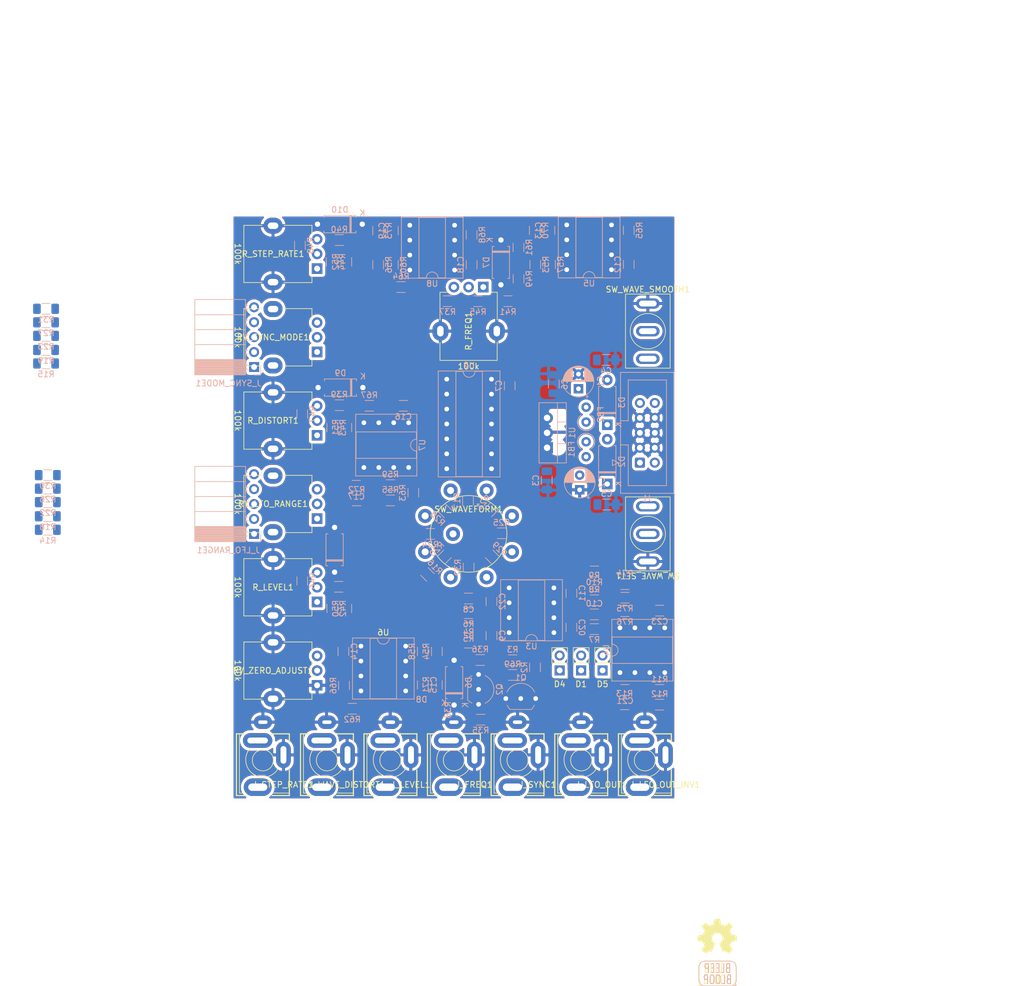
<source format=kicad_pcb>
(kicad_pcb (version 20211014) (generator pcbnew)
  (layers (0 "F.Cu" signal) (31 "B.Cu" signal) (34 "B.Paste" user) (35 "F.Paste" user) (36 "B.SilkS" user "B.Silkscreen") (37 "F.SilkS" user "F.Silkscreen") (38 "B.Mask" user) (39 "F.Mask" user) (44 "Edge.Cuts" user))
  (net 0 "")
  (net 1 "+12V")
  (net 2 "GND")
  (net 3 "-12V")
  (net 4 "+5V")
  (net 5 "-12VA")
  (net 6 "Net-(D2-Pad2)")
  (net 7 "Net-(D3-Pad1)")
  (net 8 "+12VA")
  (net 9 "Net-(D6-Pad1)")
  (net 10 "Net-(D1-Pad1)")
  (net 11 "Net-(D7-Pad1)")
  (net 12 "Net-(D7-Pad2)")
  (net 13 "Net-(D8-Pad1)")
  (net 14 "Net-(D8-Pad2)")
  (net 15 "Net-(D9-Pad1)")
  (net 16 "Net-(D9-Pad2)")
  (net 17 "/Outputs/TO_OUT")
  (net 18 "Net-(D10-Pad1)")
  (net 19 "Net-(D10-Pad2)")
  (net 20 "Net-(D4-Pad2)")
  (net 21 "Net-(C8-Pad1)")
  (net 22 "Net-(C9-Pad1)")
  (net 23 "Net-(C9-Pad2)")
  (net 24 "Net-(C10-Pad1)")
  (net 25 "Net-(C11-Pad1)")
  (net 26 "Net-(C11-Pad2)")
  (net 27 "Net-(R12-Pad2)")
  (net 28 "Net-(J_FREQ1-PadT)")
  (net 29 "Net-(J_LEVEL1-PadT)")
  (net 30 "Net-(R11-Pad2)")
  (net 31 "Net-(J_LFO_OUT1-PadT)")
  (net 32 "Net-(J_LFO_OUT_INV1-PadT)")
  (net 33 "Net-(J_LFO_RANGE1-Pad2)")
  (net 35 "Net-(J_LFO_RANGE1-Pad3)")
  (net 38 "Net-(J_LFO_RANGE1-Pad4)")
  (net 40 "Net-(J_LFO_RANGE1-Pad5)")
  (net 41 "Net-(J_STEP_RATE1-PadT)")
  (net 43 "Net-(R16-Pad1)")
  (net 44 "Net-(R17-Pad1)")
  (net 45 "Net-(R17-Pad2)")
  (net 46 "Net-(J_SYNC1-PadT)")
  (net 47 "Net-(J_SYNC_MODE1-Pad2)")
  (net 48 "Net-(R20-Pad1)")
  (net 49 "Net-(R21-Pad1)")
  (net 51 "Net-(J_SYNC_MODE1-Pad3)")
  (net 52 "Net-(R24-Pad1)")
  (net 53 "Net-(R25-Pad1)")
  (net 54 "Net-(J_SYNC_MODE1-Pad4)")
  (net 55 "Net-(J_SYNC_MODE1-Pad5)")
  (net 56 "Net-(R29-Pad1)")
  (net 57 "/Inputs/~{WAVE_SET}")
  (net 58 "/Inputs/~{WAVE_SMOOTH}")
  (net 60 "/Inputs/SYNC_IN")
  (net 61 "Net-(Q1-Pad2)")
  (net 62 "Net-(R38-Pad2)")
  (net 63 "Net-(R39-Pad2)")
  (net 64 "Net-(R40-Pad2)")
  (net 65 "Net-(R41-Pad1)")
  (net 66 "Net-(R41-Pad2)")
  (net 67 "Net-(R42-Pad1)")
  (net 68 "Net-(R42-Pad2)")
  (net 69 "Net-(R43-Pad1)")
  (net 70 "Net-(R43-Pad2)")
  (net 71 "Net-(R44-Pad1)")
  (net 72 "Net-(R44-Pad2)")
  (net 73 "Net-(Q1-Pad1)")
  (net 75 "Net-(J_WAVE_DISTORT1-PadT)")
  (net 76 "Net-(RV_LFO_RANGE1-Pad1)")
  (net 77 "Net-(R53-Pad1)")
  (net 78 "Net-(R54-Pad1)")
  (net 79 "Net-(R55-Pad1)")
  (net 80 "Net-(R56-Pad1)")
  (net 81 "Net-(R57-Pad1)")
  (net 82 "Net-(R58-Pad1)")
  (net 83 "Net-(R59-Pad1)")
  (net 84 "Net-(R60-Pad1)")
  (net 85 "Net-(R61-Pad1)")
  (net 86 "Net-(R62-Pad1)")
  (net 87 "Net-(R63-Pad1)")
  (net 88 "Net-(R64-Pad1)")
  (net 89 "/Inputs/FREQ_CV")
  (net 90 "/Inputs/LEVEL_CV")
  (net 91 "/Inputs/WAVE_DISTORT_CV")
  (net 92 "/Inputs/STEP_RATE_CV")
  (net 93 "/Inputs/LFO_RANGE")
  (net 94 "Net-(RV_SYNC_MODE1-Pad1)")
  (net 95 "Net-(R37-Pad2)")
  (net 96 "Net-(D4-Pad1)")
  (net 97 "Net-(D5-Pad2)")
  (net 98 "Net-(R53-Pad2)")
  (net 99 "Net-(R54-Pad2)")
  (net 100 "Net-(R55-Pad2)")
  (net 101 "Net-(R56-Pad2)")
  (net 102 "/Inputs/SYNC_MODE_CV")
  (net 103 "Net-(R74-Pad1)")
  (net 104 "/Inputs/WAVEFORM")
  (net 105 "Net-(RV_ZERO_ADJUST1-Pad2)")
  (footprint "My Stuff:Logo2" (layer "F.Cu") (at 183.3 179.3)
    (fp_text reference "LOGO2" hide)
    (fp_text value "logo1" hide)
    (fp_text user "BLEEP" (at -0.05 -0.85) (layer "B.SilkS") (effects (font (size 1.5 1)) (justify mirror)))
    (fp_text user "BLOOP" (at -0.05 1.05) (layer "B.SilkS") (effects (font (size 1.5 1)) (justify mirror)))
  )
  (footprint "Connector_PinHeader_2.54mm:PinHeader_1x02_P2.54mm_Vertical" (layer "F.Cu") (at 156.4 127.73 180)
    (fp_text reference "D4" (at 0 -2.33 180) (layer "F.SilkS"))
    (fp_text value "LED")
    (pad "1" thru_hole rect locked (at 0 0 180) (size 1.7 1.7) (drill 1) (layers *.Cu *.Mask) (net 96 "Net-(D4-Pad1)"))
    (pad "2" thru_hole oval locked (at 0 2.54 180) (size 1.7 1.7) (drill 1) (layers *.Cu *.Mask) (net 20 "Net-(D4-Pad2)"))
  )
  (footprint "My Stuff:Jack_3.5mm_MJ-355W_and_PJ398SM_Vertical" (layer "F.Cu") (at 105.9 143 180)
    (fp_text reference "J_STEP_RATE1" (at -3.425 -4.175 180) (layer "F.SilkS"))
    (fp_text value "STEP_RATE")
    (pad "S" thru_hole oval (at -3.5 0.892911 180) (size 2.5 4.5) (drill oval 1 3) (layers *.Cu *.Mask) (net 2 "GND"))
    (pad "S" thru_hole oval (at 0 6.462911 180) (size 3.1 2.3) (drill oval 1.6 0.6) (layers *.Cu *.Mask) (net 2 "GND"))
    (pad "T" thru_hole oval (at 0.875 -4.6) (size 4.75 3) (drill oval 3.25 1.25) (layers *.Cu *.Mask) (net 41 "Net-(J_STEP_RATE1-PadT)"))
    (pad "TN" thru_hole oval (at 0.9 3.35 180) (size 5 2.5) (drill oval 3.5 1) (layers *.Cu *.Mask))
  )
  (footprint "My Stuff:Jack_3.5mm_MJ-355W_and_PJ398SM_Vertical" (layer "F.Cu") (at 138.399999 143 180)
    (fp_text reference "J_FREQ1" (at -3.425 -4.175 180) (layer "F.SilkS"))
    (fp_text value "FREQ")
    (pad "S" thru_hole oval locked (at -3.5 0.892911 180) (size 2.5 4.5) (drill oval 1 3) (layers *.Cu *.Mask) (net 2 "GND"))
    (pad "S" thru_hole oval locked (at 0 6.462911 180) (size 3.1 2.3) (drill oval 1.6 0.6) (layers *.Cu *.Mask) (net 2 "GND"))
    (pad "T" thru_hole oval locked (at 0.875 -4.6) (size 4.75 3) (drill oval 3.25 1.25) (layers *.Cu *.Mask) (net 28 "Net-(J_FREQ1-PadT)"))
    (pad "TN" thru_hole oval locked (at 0.9 3.35 180) (size 5 2.5) (drill oval 3.5 1) (layers *.Cu *.Mask))
  )
  (footprint "My Stuff:Potentiometer_Alpha_RD901F-40-00D_Single_Vertical_w_3d" (layer "F.Cu") (at 107.625 99.4 180)
    (fp_text reference "RV_LFO_RANGE1" (at 0 0) (layer "F.SilkS"))
    (fp_text value "100k")
    (fp_text user "${VALUE}" (at 6 0 270 unlocked) (layer "F.SilkS"))
    (pad "1" thru_hole rect locked (at -7.5 -2.5 270) (size 1.8 1.8) (drill 1) (layers *.Cu *.Mask) (net 76 "Net-(RV_LFO_RANGE1-Pad1)"))
    (pad "2" thru_hole circle locked (at -7.5 0 270) (size 1.8 1.8) (drill 1) (layers *.Cu *.Mask) (net 93 "/Inputs/LFO_RANGE"))
    (pad "3" thru_hole circle locked (at -7.5 2.5 270) (size 1.8 1.8) (drill 1) (layers *.Cu *.Mask) (net 4 "+5V"))
    (pad "MP" thru_hole oval locked (at 0 -4.8 270) (size 2.72 3.24) (drill oval 1.1 1.8) (layers *.Cu *.Mask) (net 76 "Net-(RV_LFO_RANGE1-Pad1)"))
    (pad "MP" thru_hole oval locked (at 0 4.8 270) (size 2.72 3.24) (drill oval 1.1 1.8) (layers *.Cu *.Mask) (net 76 "Net-(RV_LFO_RANGE1-Pad1)"))
  )
  (footprint "My Stuff:SPDT_Toggle" (layer "F.Cu") (at 171.4 70)
    (fp_text reference "SW_WAVE_SMOOTH1" (at 0 -7.1 unlocked) (layer "F.SilkS"))
    (fp_text value "SW_SPST")
    (pad "1" thru_hole oval locked (at 0 -4.7 180) (size 4 1.75) (drill oval 3 1) (layers *.Cu *.Mask) (net 2 "GND"))
    (pad "2" thru_hole oval locked (at 0 0 180) (size 4 1.75) (drill oval 3 1) (layers *.Cu *.Mask) (net 58 "/Inputs/~{WAVE_SMOOTH}"))
    (pad "3" thru_hole oval locked (at 0 4.7 180) (size 4 1.75) (drill oval 3 1) (layers *.Cu *.Mask))
  )
  (footprint "My Stuff:Jack_3.5mm_MJ-355W_and_PJ398SM_Vertical" (layer "F.Cu") (at 127.6 143 180)
    (fp_text reference "J_LEVEL1" (at -3.425 -4.175 180) (layer "F.SilkS"))
    (fp_text value "LEVEL")
    (pad "S" thru_hole oval locked (at 0 6.462911 180) (size 3.1 2.3) (drill oval 1.6 0.6) (layers *.Cu *.Mask) (net 2 "GND"))
    (pad "S" thru_hole oval locked (at -3.5 0.892911 180) (size 2.5 4.5) (drill oval 1 3) (layers *.Cu *.Mask) (net 2 "GND"))
    (pad "T" thru_hole oval locked (at 0.875 -4.6) (size 4.75 3) (drill oval 3.25 1.25) (layers *.Cu *.Mask) (net 29 "Net-(J_LEVEL1-PadT)"))
    (pad "TN" thru_hole oval locked (at 0.9 3.35 180) (size 5 2.5) (drill oval 3.5 1) (layers *.Cu *.Mask))
  )
  (footprint "My Stuff:SPDT_Toggle" (layer "F.Cu") (at 171.4 104.5 180)
    (fp_text reference "SW_WAVE_SET1" (at 0 -7.1 180 unlocked) (layer "F.SilkS"))
    (fp_text value "SW_SPST")
    (pad "1" thru_hole oval locked (at 0 -4.7) (size 4 1.75) (drill oval 3 1) (layers *.Cu *.Mask) (net 2 "GND"))
    (pad "2" thru_hole oval locked (at 0 0) (size 4 1.75) (drill oval 3 1) (layers *.Cu *.Mask) (net 57 "/Inputs/~{WAVE_SET}"))
    (pad "3" thru_hole oval locked (at 0 4.7) (size 4 1.75) (drill oval 3 1) (layers *.Cu *.Mask))
  )
  (footprint "My Stuff:Logo1" (layer "F.Cu") (at 183.2 179.3)
    (fp_text reference "LOGO1" hide)
    (fp_text value "logo1" hide)
    (fp_text user "BLOOP" (at 0.05 1.05) (layer "F.SilkS") (effects (font (size 1.5 1))))
    (fp_text user "BLEEP" (at 0.05 -0.85) (layer "F.SilkS") (effects (font (size 1.5 1))))
  )
  (footprint "Connector_PinHeader_2.54mm:PinHeader_1x02_P2.54mm_Vertical" (layer "F.Cu") (at 160.05 127.73 180)
    (fp_text reference "D1" (at 0 -2.33 180) (layer "F.SilkS"))
    (fp_text value "LED")
    (pad "1" thru_hole rect locked (at 0 0 180) (size 1.7 1.7) (drill 1) (layers *.Cu *.Mask) (net 10 "Net-(D1-Pad1)"))
    (pad "2" thru_hole oval locked (at 0 2.54 180) (size 1.7 1.7) (drill 1) (layers *.Cu *.Mask) (net 1 "+12V"))
  )
  (footprint "My Stuff:Potentiometer_Alpha_RD901F-40-00D_Single_Vertical_w_3d" (layer "F.Cu") (at 107.625 113.58 180)
    (fp_text reference "R_LEVEL1" (at 0 0) (layer "F.SilkS"))
    (fp_text value "100k")
    (fp_text user "${VALUE}" (at 6 0 270 unlocked) (layer "F.SilkS"))
    (pad "1" thru_hole rect locked (at -7.5 -2.5 270) (size 1.8 1.8) (drill 1) (layers *.Cu *.Mask) (net 67 "Net-(R42-Pad1)"))
    (pad "2" thru_hole circle locked (at -7.5 0 270) (size 1.8 1.8) (drill 1) (layers *.Cu *.Mask) (net 29 "Net-(J_LEVEL1-PadT)"))
    (pad "3" thru_hole circle locked (at -7.5 2.5 270) (size 1.8 1.8) (drill 1) (layers *.Cu *.Mask) (net 62 "Net-(R38-Pad2)"))
    (pad "MP" thru_hole oval locked (at 0 -4.8 270) (size 2.72 3.24) (drill oval 1.1 1.8) (layers *.Cu *.Mask) (net 2 "GND"))
    (pad "MP" thru_hole oval locked (at 0 4.8 270) (size 2.72 3.24) (drill oval 1.1 1.8) (layers *.Cu *.Mask) (net 2 "GND"))
  )
  (footprint "My Stuff:Potentiometer_Alpha_RD901F-40-00D_Single_Vertical_w_3d" (layer "F.Cu") (at 107.625 56.86 180)
    (fp_text reference "R_STEP_RATE1" (at 0 0) (layer "F.SilkS"))
    (fp_text value "100k")
    (fp_text user "${VALUE}" (at 6 0 270 unlocked) (layer "F.SilkS"))
    (pad "1" thru_hole rect locked (at -7.5 -2.5 270) (size 1.8 1.8) (drill 1) (layers *.Cu *.Mask) (net 71 "Net-(R44-Pad1)"))
    (pad "2" thru_hole circle locked (at -7.5 0 270) (size 1.8 1.8) (drill 1) (layers *.Cu *.Mask) (net 41 "Net-(J_STEP_RATE1-PadT)"))
    (pad "3" thru_hole circle locked (at -7.5 2.5 270) (size 1.8 1.8) (drill 1) (layers *.Cu *.Mask) (net 64 "Net-(R40-Pad2)"))
    (pad "MP" thru_hole oval locked (at 0 4.8 270) (size 2.72 3.24) (drill oval 1.1 1.8) (layers *.Cu *.Mask) (net 2 "GND"))
    (pad "MP" thru_hole oval locked (at 0 -4.8 270) (size 2.72 3.24) (drill oval 1.1 1.8) (layers *.Cu *.Mask) (net 2 "GND"))
  )
  (footprint "My Stuff:Potentiometer_Alpha_RD901F-40-00D_Single_Vertical_w_3d" (layer "F.Cu") (at 107.625 127.76 180)
    (fp_text reference "RV_ZERO_ADJUST1" (at 0 0) (layer "F.SilkS"))
    (fp_text value "100k")
    (fp_text user "${VALUE}" (at 6 0 270 unlocked) (layer "F.SilkS"))
    (pad "1" thru_hole rect locked (at -7.5 -2.5 270) (size 1.8 1.8) (drill 1) (layers *.Cu *.Mask) (net 2 "GND"))
    (pad "2" thru_hole circle locked (at -7.5 0 270) (size 1.8 1.8) (drill 1) (layers *.Cu *.Mask) (net 105 "Net-(RV_ZERO_ADJUST1-Pad2)"))
    (pad "3" thru_hole circle locked (at -7.5 2.5 270) (size 1.8 1.8) (drill 1) (layers *.Cu *.Mask) (net 3 "-12V"))
    (pad "MP" thru_hole oval locked (at 0 4.8 270) (size 2.72 3.24) (drill oval 1.1 1.8) (layers *.Cu *.Mask) (net 2 "GND"))
    (pad "MP" thru_hole oval locked (at 0 -4.8 270) (size 2.72 3.24) (drill oval 1.1 1.8) (layers *.Cu *.Mask) (net 2 "GND"))
  )
  (footprint "My Stuff:Jack_3.5mm_MJ-355W_and_PJ398SM_Vertical" (layer "F.Cu") (at 160.066665 143 180)
    (fp_text reference "J_LFO_OUT1" (at -3.425 -4.175 180) (layer "F.SilkS"))
    (fp_text value "LFO_OUT")
    (pad "S" thru_hole oval locked (at 0 6.462911 180) (size 3.1 2.3) (drill oval 1.6 0.6) (layers *.Cu *.Mask) (net 2 "GND"))
    (pad "S" thru_hole oval locked (at -3.5 0.892911 180) (size 2.5 4.5) (drill oval 1 3) (layers *.Cu *.Mask) (net 2 "GND"))
    (pad "T" thru_hole oval locked (at 0.875 -4.6) (size 4.75 3) (drill oval 3.25 1.25) (layers *.Cu *.Mask) (net 31 "Net-(J_LFO_OUT1-PadT)"))
    (pad "TN" thru_hole oval locked (at 0.9 3.35 180) (size 5 2.5) (drill oval 3.5 1) (layers *.Cu *.Mask))
  )
  (footprint "My Stuff:Potentiometer_Alpha_RD901F-40-00D_Single_Vertical_w_3d" (layer "F.Cu") (at 107.625 85.22 180)
    (fp_text reference "R_DISTORT1" (at 0 0) (layer "F.SilkS"))
    (fp_text value "100k")
    (fp_text user "${VALUE}" (at 6 0 270 unlocked) (layer "F.SilkS"))
    (pad "1" thru_hole rect locked (at -7.5 -2.5 270) (size 1.8 1.8) (drill 1) (layers *.Cu *.Mask) (net 69 "Net-(R43-Pad1)"))
    (pad "2" thru_hole circle locked (at -7.5 0 270) (size 1.8 1.8) (drill 1) (layers *.Cu *.Mask) (net 75 "Net-(J_WAVE_DISTORT1-PadT)"))
    (pad "3" thru_hole circle locked (at -7.5 2.5 270) (size 1.8 1.8) (drill 1) (layers *.Cu *.Mask) (net 63 "Net-(R39-Pad2)"))
    (pad "MP" thru_hole oval locked (at 0 -4.8 270) (size 2.72 3.24) (drill oval 1.1 1.8) (layers *.Cu *.Mask) (net 2 "GND"))
    (pad "MP" thru_hole oval locked (at 0 4.8 270) (size 2.72 3.24) (drill oval 1.1 1.8) (layers *.Cu *.Mask) (net 2 "GND"))
  )
  (footprint "My Stuff:Jack_3.5mm_MJ-355W_and_PJ398SM_Vertical" (layer "F.Cu") (at 149.233332 143 180)
    (fp_text reference "J_SYNC1" (at -3.425 -4.175 180) (layer "F.SilkS"))
    (fp_text value "SYNC")
    (pad "S" thru_hole oval locked (at 0 6.462911 180) (size 3.1 2.3) (drill oval 1.6 0.6) (layers *.Cu *.Mask) (net 2 "GND"))
    (pad "S" thru_hole oval locked (at -3.5 0.892911 180) (size 2.5 4.5) (drill oval 1 3) (layers *.Cu *.Mask) (net 2 "GND"))
    (pad "T" thru_hole oval locked (at 0.875 -4.6) (size 4.75 3) (drill oval 3.25 1.25) (layers *.Cu *.Mask) (net 46 "Net-(J_SYNC1-PadT)"))
    (pad "TN" thru_hole oval locked (at 0.9 3.35 180) (size 5 2.5) (drill oval 3.5 1) (layers *.Cu *.Mask))
  )
  (footprint "My Stuff:Potentiometer_Alpha_RD901F-40-00D_Single_Vertical_w_3d" (layer "F.Cu") (at 140.9 70 -90)
    (fp_text reference "R_FREQ1" (at 0 0 90) (layer "F.SilkS"))
    (fp_text value "100k")
    (fp_text user "${VALUE}" (at 6 0 unlocked) (layer "F.SilkS"))
    (pad "1" thru_hole rect locked (at -7.5 -2.5) (size 1.8 1.8) (drill 1) (layers *.Cu *.Mask) (net 65 "Net-(R41-Pad1)"))
    (pad "2" thru_hole circle locked (at -7.5 0) (size 1.8 1.8) (drill 1) (layers *.Cu *.Mask) (net 28 "Net-(J_FREQ1-PadT)"))
    (pad "3" thru_hole circle locked (at -7.5 2.5) (size 1.8 1.8) (drill 1) (layers *.Cu *.Mask) (net 95 "Net-(R37-Pad2)"))
    (pad "MP" thru_hole oval locked (at 0 4.8) (size 2.72 3.24) (drill oval 1.1 1.8) (layers *.Cu *.Mask) (net 2 "GND"))
    (pad "MP" thru_hole oval locked (at 0 -4.8) (size 2.72 3.24) (drill oval 1.1 1.8) (layers *.Cu *.Mask) (net 2 "GND"))
  )
  (footprint "My Stuff:Potentiometer_Alpha_RD901F-40-00D_Single_Vertical_w_3d" (layer "F.Cu") (at 107.625 71.04 180)
    (fp_text reference "RV_SYNC_MODE1" (at 0 0) (layer "F.SilkS"))
    (fp_text value "100k")
    (fp_text user "${VALUE}" (at 6 0 270 unlocked) (layer "F.SilkS"))
    (pad "1" thru_hole rect locked (at -7.5 -2.5 270) (size 1.8 1.8) (drill 1) (layers *.Cu *.Mask) (net 94 "Net-(RV_SYNC_MODE1-Pad1)"))
    (pad "2" thru_hole circle locked (at -7.5 0 270) (size 1.8 1.8) (drill 1) (layers *.Cu *.Mask) (net 102 "/Inputs/SYNC_MODE_CV"))
    (pad "3" thru_hole circle locked (at -7.5 2.5 270) (size 1.8 1.8) (drill 1) (layers *.Cu *.Mask) (net 4 "+5V"))
    (pad "MP" thru_hole oval locked (at 0 4.8 270) (size 2.72 3.24) (drill oval 1.1 1.8) (layers *.Cu *.Mask) (net 94 "Net-(RV_SYNC_MODE1-Pad1)"))
    (pad "MP" thru_hole oval locked (at 0 -4.8 270) (size 2.72 3.24) (drill oval 1.1 1.8) (layers *.Cu *.Mask) (net 94 "Net-(RV_SYNC_MODE1-Pad1)"))
  )
  (footprint "Symbol:OSHW-Symbol_6.7x6mm_SilkScreen" (layer "F.Cu") (at 183.2 173)
    (fp_text reference "LOGO3" hide)
    (fp_text value "Logo_Open_Hardware_Small" hide)
  )
  (footprint "My Stuff:Jack_3.5mm_MJ-355W_and_PJ398SM_Vertical" (layer "F.Cu") (at 170.9 143 180)
    (fp_text reference "J_LFO_OUT_INV1" (at -3.425 -4.175 180) (layer "F.SilkS"))
    (fp_text value "LFO_OUT_INV")
    (pad "S" thru_hole oval locked (at -3.5 0.892911 180) (size 2.5 4.5) (drill oval 1 3) (layers *.Cu *.Mask) (net 2 "GND"))
    (pad "S" thru_hole oval locked (at 0 6.462911 180) (size 3.1 2.3) (drill oval 1.6 0.6) (layers *.Cu *.Mask) (net 2 "GND"))
    (pad "T" thru_hole oval locked (at 0.875 -4.6) (size 4.75 3) (drill oval 3.25 1.25) (layers *.Cu *.Mask) (net 32 "Net-(J_LFO_OUT_INV1-PadT)"))
    (pad "TN" thru_hole oval locked (at 0.9 3.35 180) (size 5 2.5) (drill oval 3.5 1) (layers *.Cu *.Mask))
  )
  (footprint "Connector_PinHeader_2.54mm:PinHeader_1x02_P2.54mm_Vertical" (layer "F.Cu") (at 163.7 127.73 180)
    (fp_text reference "D5" (at 0 -2.33 180) (layer "F.SilkS"))
    (fp_text value "LED")
    (pad "1" thru_hole rect locked (at 0 0 180) (size 1.7 1.7) (drill 1) (layers *.Cu *.Mask) (net 20 "Net-(D4-Pad2)"))
    (pad "2" thru_hole oval locked (at 0 2.54 180) (size 1.7 1.7) (drill 1) (layers *.Cu *.Mask) (net 97 "Net-(D5-Pad2)"))
  )
  (footprint "My Stuff:8_position_rotary" (layer "F.Cu") (at 140.9 104.5)
    (fp_text reference "SW_WAVEFORM1" (at 0 -4.2 unlocked) (layer "F.SilkS"))
    (fp_text value "SW_Rotary8")
    (pad "1" thru_hole circle locked (at 7.391036 3.061467) (size 2.4 2.4) (drill 1.2) (layers *.Cu *.Mask) (net 56 "Net-(R29-Pad1)"))
    (pad "2" thru_hole circle locked (at 7.391036 -3.061468) (size 2.4 2.4) (drill 1.2) (layers *.Cu *.Mask) (net 53 "Net-(R25-Pad1)"))
    (pad "3" thru_hole circle locked (at 3.061467 -7.391036) (size 2.4 2.4) (drill 1.2) (layers *.Cu *.Mask) (net 49 "Net-(R21-Pad1)"))
    (pad "4" thru_hole circle locked (at -3.061468 -7.391036) (size 2.4 2.4) (drill 1.2) (layers *.Cu *.Mask) (net 44 "Net-(R17-Pad1)"))
    (pad "5" thru_hole circle locked (at -7.391036 -3.061467) (size 2.4 2.4) (drill 1.2) (layers *.Cu *.Mask) (net 45 "Net-(R17-Pad2)"))
    (pad "6" thru_hole circle locked (at -7.391036 3.061468) (size 2.4 2.4) (drill 1.2) (layers *.Cu *.Mask) (net 52 "Net-(R24-Pad1)"))
    (pad "7" thru_hole circle locked (at -3.061467 7.391036) (size 2.4 2.4) (drill 1.2) (layers *.Cu *.Mask) (net 48 "Net-(R20-Pad1)"))
    (pad "8" thru_hole circle locked (at 3.061468 7.391036) (size 2.4 2.4) (drill 1.2) (layers *.Cu *.Mask) (net 43 "Net-(R16-Pad1)"))
    (pad "9" thru_hole circle locked (at -2.65 0) (size 2.4 2.4) (drill 1.2) (layers *.Cu *.Mask) (net 104 "/Inputs/WAVEFORM"))
  )
  (footprint "My Stuff:Jack_3.5mm_MJ-355W_and_PJ398SM_Vertical" (layer "F.Cu") (at 116.8 143 180)
    (fp_text reference "J_WAVE_DISTORT1" (at -3.425 -4.175 180) (layer "F.SilkS"))
    (fp_text value "WAVE_DISTORT")
    (pad "S" thru_hole oval (at 0 6.462911 180) (size 3.1 2.3) (drill oval 1.6 0.6) (layers *.Cu *.Mask) (net 2 "GND"))
    (pad "S" thru_hole oval (at -3.5 0.892911 180) (size 2.5 4.5) (drill oval 1 3) (layers *.Cu *.Mask) (net 2 "GND"))
    (pad "T" thru_hole oval (at 0.875 -4.6) (size 4.75 3) (drill oval 3.25 1.25) (layers *.Cu *.Mask) (net 75 "Net-(J_WAVE_DISTORT1-PadT)"))
    (pad "TN" thru_hole oval (at 0.9 3.35 180) (size 5 2.5) (drill oval 3.5 1) (layers *.Cu *.Mask))
  )
  (footprint "Package_DIP:DIP-14_W7.62mm_Socket_LongPads" (layer "B.Cu") (at 144.8 78.175 180)
    (fp_text reference "U2" (at 3.81 2.33) (layer "B.SilkS") (effects (justify mirror)))
    (fp_text value "ED_VCLFO10")
    (pad "1" thru_hole rect locked (at 0 0 180) (size 2.4 1.6) (drill 0.8) (layers *.Cu *.Mask) (net 4 "+5V"))
    (pad "2" thru_hole oval locked (at 0 -2.54 180) (size 2.4 1.6) (drill 0.8) (layers *.Cu *.Mask))
    (pad "3" thru_hole oval locked (at 0 -5.08 180) (size 2.4 1.6) (drill 0.8) (layers *.Cu *.Mask) (net 57 "/Inputs/~{WAVE_SET}"))
    (pad "4" thru_hole oval locked (at 0 -7.62 180) (size 2.4 1.6) (drill 0.8) (layers *.Cu *.Mask) (net 60 "/Inputs/SYNC_IN"))
    (pad "5" thru_hole oval locked (at 0 -10.16 180) (size 2.4 1.6) (drill 0.8) (layers *.Cu *.Mask) (net 17 "/Outputs/TO_OUT"))
    (pad "6" thru_hole oval locked (at 0 -12.7 180) (size 2.4 1.6) (drill 0.8) (layers *.Cu *.Mask) (net 58 "/Inputs/~{WAVE_SMOOTH}"))
    (pad "7" thru_hole oval locked (at 0 -15.24 180) (size 2.4 1.6) (drill 0.8) (layers *.Cu *.Mask) (net 93 "/Inputs/LFO_RANGE"))
    (pad "8" thru_hole oval locked (at 7.62 -15.24 180) (size 2.4 1.6) (drill 0.8) (layers *.Cu *.Mask) (net 102 "/Inputs/SYNC_MODE_CV"))
    (pad "9" thru_hole oval locked (at 7.62 -12.7 180) (size 2.4 1.6) (drill 0.8) (layers *.Cu *.Mask) (net 91 "/Inputs/WAVE_DISTORT_CV"))
    (pad "10" thru_hole oval locked (at 7.62 -10.16 180) (size 2.4 1.6) (drill 0.8) (layers *.Cu *.Mask) (net 90 "/Inputs/LEVEL_CV"))
    (pad "11" thru_hole oval locked (at 7.62 -7.62 180) (size 2.4 1.6) (drill 0.8) (layers *.Cu *.Mask) (net 92 "/Inputs/STEP_RATE_CV"))
    (pad "12" thru_hole oval locked (at 7.62 -5.08 180) (size 2.4 1.6) (drill 0.8) (layers *.Cu *.Mask) (net 104 "/Inputs/WAVEFORM"))
    (pad "13" thru_hole oval locked (at 7.62 -2.54 180) (size 2.4 1.6) (drill 0.8) (layers *.Cu *.Mask) (net 89 "/Inputs/FREQ_CV"))
    (pad "14" thru_hole oval locked (at 7.62 0 180) (size 2.4 1.6) (drill 0.8) (layers *.Cu *.Mask) (net 2 "GND"))
  )
  (footprint "Resistor_SMD:R_1206_3216Metric_Pad1.30x1.75mm_HandSolder" (layer "B.Cu") (at 131.5 97.5 -90)
    (fp_text reference "R63" (at 0 1.82 90) (layer "B.SilkS") (effects (justify mirror)))
    (fp_text value "100k")
    (pad "1" smd roundrect locked (at -1.55 0 270) (size 1.3 1.75) (layers "B.Cu" "B.Paste" "B.Mask") (roundrect_rratio 0.192308) (net 87 "Net-(R63-Pad1)"))
    (pad "2" smd roundrect locked (at 1.55 0 270) (size 1.3 1.75) (layers "B.Cu" "B.Paste" "B.Mask") (roundrect_rratio 0.192308) (net 83 "Net-(R59-Pad1)"))
  )
  (footprint "Package_DIP:DIP-8_W7.62mm_Socket_LongPads" (layer "B.Cu") (at 130.2 123.6 180)
    (fp_text reference "U6" (at 3.81 2.33) (layer "F.SilkS") (effects (justify mirror)))
    (fp_text value "LM358")
    (pad "1" thru_hole rect locked (at 0 0 180) (size 2.4 1.6) (drill 0.8) (layers *.Cu *.Mask) (net 82 "Net-(R58-Pad1)"))
    (pad "2" thru_hole oval locked (at 0 -2.54 180) (size 2.4 1.6) (drill 0.8) (layers *.Cu *.Mask) (net 78 "Net-(R54-Pad1)"))
    (pad "3" thru_hole oval locked (at 0 -5.08 180) (size 2.4 1.6) (drill 0.8) (layers *.Cu *.Mask) (net 2 "GND"))
    (pad "4" thru_hole oval locked (at 0 -7.62 180) (size 2.4 1.6) (drill 0.8) (layers *.Cu *.Mask) (net 3 "-12V"))
    (pad "5" thru_hole oval locked (at 7.62 -7.62 180) (size 2.4 1.6) (drill 0.8) (layers *.Cu *.Mask) (net 2 "GND"))
    (pad "6" thru_hole oval locked (at 7.62 -5.08 180) (size 2.4 1.6) (drill 0.8) (layers *.Cu *.Mask) (net 86 "Net-(R62-Pad1)"))
    (pad "7" thru_hole oval locked (at 7.62 -2.54 180) (size 2.4 1.6) (drill 0.8) (layers *.Cu *.Mask) (net 90 "/Inputs/LEVEL_CV"))
    (pad "8" thru_hole oval locked (at 7.62 0 180) (size 2.4 1.6) (drill 0.8) (layers *.Cu *.Mask) (net 1 "+12V"))
  )
  (footprint "Resistor_SMD:R_1206_3216Metric_Pad1.30x1.75mm_HandSolder" (layer "B.Cu") (at 168.15 52.849999 90)
    (fp_text reference "R65" (at 0 1.82 270) (layer "B.SilkS") (effects (justify mirror)))
    (fp_text value "100k")
    (pad "1" smd roundrect locked (at -1.55 0 90) (size 1.3 1.75) (layers "B.Cu" "B.Paste" "B.Mask") (roundrect_rratio 0.192308) (net 89 "/Inputs/FREQ_CV"))
    (pad "2" smd roundrect locked (at 1.55 0 90) (size 1.3 1.75) (layers "B.Cu" "B.Paste" "B.Mask") (roundrect_rratio 0.192308) (net 85 "Net-(R61-Pad1)"))
  )
  (footprint "Resistor_SMD:R_1206_3216Metric_Pad1.30x1.75mm_HandSolder" (layer "B.Cu") (at 112.6 112.5 90)
    (fp_text reference "R46" (at 0 1.82 270) (layer "B.SilkS") (effects (justify mirror)))
    (fp_text value "1k")
    (pad "1" smd roundrect locked (at -1.55 0 90) (size 1.3 1.75) (layers "B.Cu" "B.Paste" "B.Mask") (roundrect_rratio 0.192308) (net 29 "Net-(J_LEVEL1-PadT)"))
    (pad "2" smd roundrect locked (at 1.55 0 90) (size 1.3 1.75) (layers "B.Cu" "B.Paste" "B.Mask") (roundrect_rratio 0.192308) (net 14 "Net-(D8-Pad2)"))
  )
  (footprint "Capacitor_SMD:C_1206_3216Metric_Pad1.33x1.80mm_HandSolder" (layer "B.Cu") (at 140.9 115.5)
    (fp_text reference "C8" (at 0 1.85 180) (layer "B.SilkS") (effects (justify mirror)))
    (fp_text value "10nF")
    (pad "1" smd roundrect locked (at -1.5625 0) (size 1.325 1.8) (layers "B.Cu" "B.Paste" "B.Mask") (roundrect_rratio 0.188679) (net 21 "Net-(C8-Pad1)"))
    (pad "2" smd roundrect locked (at 1.5625 0) (size 1.325 1.8) (layers "B.Cu" "B.Paste" "B.Mask") (roundrect_rratio 0.188679) (net 2 "GND"))
  )
  (footprint "Resistor_SMD:R_1206_3216Metric_Pad1.30x1.75mm_HandSolder" (layer "B.Cu") (at 135.499999 130.2 -90)
    (fp_text reference "R71" (at 0 1.82 90) (layer "B.SilkS") (effects (justify mirror)))
    (fp_text value "100k")
    (pad "1" smd roundrect locked (at -1.55 0 270) (size 1.3 1.75) (layers "B.Cu" "B.Paste" "B.Mask") (roundrect_rratio 0.192308) (net 99 "Net-(R54-Pad2)"))
    (pad "2" smd roundrect locked (at 1.55 0 270) (size 1.3 1.75) (layers "B.Cu" "B.Paste" "B.Mask") (roundrect_rratio 0.192308) (net 13 "Net-(D8-Pad1)"))
  )
  (footprint "Capacitor_SMD:C_1206_3216Metric_Pad1.33x1.80mm_HandSolder" (layer "B.Cu") (at 129.8 82.7)
    (fp_text reference "C16" (at 0 1.85) (layer "B.SilkS") (effects (justify mirror)))
    (fp_text value "10nF")
    (pad "1" smd roundrect locked (at -1.5625 0) (size 1.325 1.8) (layers "B.Cu" "B.Paste" "B.Mask") (roundrect_rratio 0.188679) (net 2 "GND"))
    (pad "2" smd roundrect locked (at 1.5625 0) (size 1.325 1.8) (layers "B.Cu" "B.Paste" "B.Mask") (roundrect_rratio 0.188679) (net 1 "+12V"))
  )
  (footprint "Diode_THT:D_A-405_P7.62mm_Horizontal" (layer "B.Cu") (at 122.91 79.6 180)
    (fp_text reference "D9" (at 3.81 2.47) (layer "B.SilkS") (effects (justify mirror)))
    (fp_text value "D")
    (fp_text user "K" (at 0 1.9) (layer "B.SilkS") (effects (justify mirror)))
    (pad "1" thru_hole rect locked (at 0 0 180) (size 1.8 1.8) (drill 0.9) (layers *.Cu *.Mask) (net 15 "Net-(D9-Pad1)"))
    (pad "2" thru_hole oval locked (at 7.62 0 180) (size 1.8 1.8) (drill 0.9) (layers *.Cu *.Mask) (net 16 "Net-(D9-Pad2)"))
  )
  (footprint "Resistor_SMD:R_1206_3216Metric_Pad1.30x1.75mm_HandSolder" (layer "B.Cu") (at 125.51 52.9 90)
    (fp_text reference "R73" (at 0 1.82 270) (layer "B.SilkS") (effects (justify mirror)))
    (fp_text value "100k")
    (pad "1" smd roundrect locked (at -1.55 0 90) (size 1.3 1.75) (layers "B.Cu" "B.Paste" "B.Mask") (roundrect_rratio 0.192308) (net 101 "Net-(R56-Pad2)"))
    (pad "2" smd roundrect locked (at 1.55 0 90) (size 1.3 1.75) (layers "B.Cu" "B.Paste" "B.Mask") (roundrect_rratio 0.192308) (net 18 "Net-(D10-Pad1)"))
  )
  (footprint "Resistor_SMD:R_1206_3216Metric_Pad1.30x1.75mm_HandSolder" (layer "B.Cu") (at 140.9 118)
    (fp_text reference "R6" (at 0 1.82 180) (layer "B.SilkS") (effects (justify mirror)))
    (fp_text value "47k")
    (pad "1" smd roundrect locked (at -1.55 0) (size 1.3 1.75) (layers "B.Cu" "B.Paste" "B.Mask") (roundrect_rratio 0.192308) (net 21 "Net-(C8-Pad1)"))
    (pad "2" smd roundrect locked (at 1.55 0) (size 1.3 1.75) (layers "B.Cu" "B.Paste" "B.Mask") (roundrect_rratio 0.192308) (net 23 "Net-(C9-Pad2)"))
  )
  (footprint "Resistor_SMD:R_1206_3216Metric_Pad1.30x1.75mm_HandSolder" (layer "B.Cu") (at 112.6 84.1 90)
    (fp_text reference "R47" (at 0 1.82 270) (layer "B.SilkS") (effects (justify mirror)))
    (fp_text value "1k")
    (pad "1" smd roundrect locked (at -1.55 0 90) (size 1.3 1.75) (layers "B.Cu" "B.Paste" "B.Mask") (roundrect_rratio 0.192308) (net 75 "Net-(J_WAVE_DISTORT1-PadT)"))
    (pad "2" smd roundrect locked (at 1.55 0 90) (size 1.3 1.75) (layers "B.Cu" "B.Paste" "B.Mask") (roundrect_rratio 0.192308) (net 16 "Net-(D9-Pad2)"))
  )
  (footprint "Resistor_SMD:R_1206_3216Metric_Pad1.30x1.75mm_HandSolder" (layer "B.Cu") (at 120.1 58.2 -90)
    (fp_text reference "R52" (at 0 1.82 90) (layer "B.SilkS") (effects (justify mirror)))
    (fp_text value "10k")
    (pad "1" smd roundrect locked (at -1.55 0 270) (size 1.3 1.75) (layers "B.Cu" "B.Paste" "B.Mask") (roundrect_rratio 0.192308) (net 72 "Net-(R44-Pad2)"))
    (pad "2" smd roundrect locked (at 1.55 0 270) (size 1.3 1.75) (layers "B.Cu" "B.Paste" "B.Mask") (roundrect_rratio 0.192308) (net 3 "-12V"))
  )
  (footprint "Resistor_SMD:R_1206_3216Metric_Pad1.30x1.75mm_HandSolder" (layer "B.Cu") (at 117.6 58.2 90)
    (fp_text reference "R44" (at 0 1.82 270) (layer "B.SilkS") (effects (justify mirror)))
    (fp_text value "100k")
    (pad "1" smd roundrect locked (at -1.55 0 90) (size 1.3 1.75) (layers "B.Cu" "B.Paste" "B.Mask") (roundrect_rratio 0.192308) (net 71 "Net-(R44-Pad1)"))
    (pad "2" smd roundrect locked (at 1.55 0 90) (size 1.3 1.75) (layers "B.Cu" "B.Paste" "B.Mask") (roundrect_rratio 0.192308) (net 72 "Net-(R44-Pad2)"))
  )
  (footprint "Diode_THT:D_A-405_P7.62mm_Horizontal" (layer "B.Cu") (at 118.1 111.01 90)
    (fp_text reference "D8" (at -21.67 14.8) (layer "B.SilkS") (effects (justify mirror)))
    (fp_text value "D")
    (fp_text user "K" (at -22.24 18.61) (layer "B.SilkS") (effects (justify mirror)))
    (pad "1" thru_hole rect locked (at 0 0 90) (size 1.8 1.8) (drill 0.9) (layers *.Cu *.Mask) (net 13 "Net-(D8-Pad1)"))
    (pad "2" thru_hole oval locked (at 7.62 0 90) (size 1.8 1.8) (drill 0.9) (layers *.Cu *.Mask) (net 14 "Net-(D8-Pad2)"))
  )
  (footprint "Resistor_SMD:R_1206_3216Metric_Pad1.30x1.75mm_HandSolder" (layer "B.Cu") (at 148.4 128.5 180)
    (fp_text reference "R69" (at 0 1.82) (layer "B.SilkS") (effects (justify mirror)))
    (fp_text value "10k")
    (pad "1" smd roundrect locked (at -1.55 0 180) (size 1.3 1.75) (layers "B.Cu" "B.Paste" "B.Mask") (roundrect_rratio 0.192308) (net 61 "Net-(Q1-Pad2)"))
    (pad "2" smd roundrect locked (at 1.55 0 180) (size 1.3 1.75) (layers "B.Cu" "B.Paste" "B.Mask") (roundrect_rratio 0.192308) (net 2 "GND"))
  )
  (footprint "Resistor_SMD:R_1206_3216Metric_Pad1.30x1.75mm_HandSolder" (layer "B.Cu") (at 118.9 54.5 180)
    (fp_text reference "R40" (at 0 1.82) (layer "B.SilkS") (effects (justify mirror)))
    (fp_text value "10k")
    (pad "1" smd roundrect locked (at -1.55 0 180) (size 1.3 1.75) (layers "B.Cu" "B.Paste" "B.Mask") (roundrect_rratio 0.192308) (net 1 "+12V"))
    (pad "2" smd roundrect locked (at 1.55 0 180) (size 1.3 1.75) (layers "B.Cu" "B.Paste" "B.Mask") (roundrect_rratio 0.192308) (net 64 "Net-(R40-Pad2)"))
  )
  (footprint "Capacitor_SMD:C_1206_3216Metric_Pad1.33x1.80mm_HandSolder" (layer "B.Cu") (at 173.410001 117.555)
    (fp_text reference "C23" (at 0 1.85 180) (layer "B.SilkS") (effects (justify mirror)))
    (fp_text value "10nF")
    (pad "1" smd roundrect locked (at -1.5625 0) (size 1.325 1.8) (layers "B.Cu" "B.Paste" "B.Mask") (roundrect_rratio 0.188679) (net 2 "GND"))
    (pad "2" smd roundrect locked (at 1.5625 0) (size 1.325 1.8) (layers "B.Cu" "B.Paste" "B.Mask") (roundrect_rratio 0.188679) (net 3 "-12V"))
  )
  (footprint "Resistor_SMD:R_1206_3216Metric_Pad1.30x1.75mm_HandSolder" (layer "B.Cu") (at 140.9 120.5)
    (fp_text reference "R5" (at 0 1.82 180) (layer "B.SilkS") (effects (justify mirror)))
    (fp_text value "12k")
    (pad "1" smd roundrect locked (at -1.55 0) (size 1.3 1.75) (layers "B.Cu" "B.Paste" "B.Mask") (roundrect_rratio 0.192308) (net 21 "Net-(C8-Pad1)"))
    (pad "2" smd roundrect locked (at 1.55 0) (size 1.3 1.75) (layers "B.Cu" "B.Paste" "B.Mask") (roundrect_rratio 0.192308) (net 22 "Net-(C9-Pad1)"))
  )
  (footprint "Capacitor_SMD:C_1206_3216Metric_Pad1.33x1.80mm_HandSolder" (layer "B.Cu") (at 147.9 79.3 -90)
    (fp_text reference "C7" (at 0 1.85 90) (layer "B.SilkS") (effects (justify mirror)))
    (fp_text value "100nF")
    (pad "1" smd roundrect locked (at -1.5625 0 270) (size 1.325 1.8) (layers "B.Cu" "B.Paste" "B.Mask") (roundrect_rratio 0.188679) (net 2 "GND"))
    (pad "2" smd roundrect locked (at 1.5625 0 270) (size 1.325 1.8) (layers "B.Cu" "B.Paste" "B.Mask") (roundrect_rratio 0.188679) (net 4 "+5V"))
  )
  (footprint "Resistor_SMD:R_1206_3216Metric_Pad1.30x1.75mm_HandSolder" (layer "B.Cu") (at 117.7 86.4 90)
    (fp_text reference "R43" (at 0 1.82 270) (layer "B.SilkS") (effects (justify mirror)))
    (fp_text value "100k")
    (pad "1" smd roundrect locked (at -1.55 0 90) (size 1.3 1.75) (layers "B.Cu" "B.Paste" "B.Mask") (roundrect_rratio 0.192308) (net 69 "Net-(R43-Pad1)"))
    (pad "2" smd roundrect locked (at 1.55 0 90) (size 1.3 1.75) (layers "B.Cu" "B.Paste" "B.Mask") (roundrect_rratio 0.192308) (net 70 "Net-(R43-Pad2)"))
  )
  (footprint "Diode_THT:D_A-405_P7.62mm_Horizontal" (layer "B.Cu") (at 138.435 133.62 90)
    (fp_text reference "D6" (at 3.81 2.47 270) (layer "B.SilkS") (effects (justify mirror)))
    (fp_text value "D")
    (fp_text user "K" (at 0 1.9 270) (layer "B.SilkS") (effects (justify mirror)))
    (pad "1" thru_hole rect locked (at 0 0 90) (size 1.8 1.8) (drill 0.9) (layers *.Cu *.Mask) (net 9 "Net-(D6-Pad1)"))
    (pad "2" thru_hole oval locked (at 7.62 0 90) (size 1.8 1.8) (drill 0.9) (layers *.Cu *.Mask) (net 2 "GND"))
  )
  (footprint "Resistor_SMD:R_1206_3216Metric_Pad1.30x1.75mm_HandSolder" (layer "B.Cu") (at 69 75.5)
    (fp_text reference "R15" (at 0 1.82 180) (layer "B.SilkS") (effects (justify mirror)))
    (fp_text value "4.7k")
    (pad "1" smd roundrect locked (at -1.55 0) (size 1.3 1.75) (layers "B.Cu" "B.Paste" "B.Mask") (roundrect_rratio 0.192308) (net 47 "Net-(J_SYNC_MODE1-Pad2)"))
    (pad "2" smd roundrect locked (at 1.55 0) (size 1.3 1.75) (layers "B.Cu" "B.Paste" "B.Mask") (roundrect_rratio 0.192308) (net 4 "+5V"))
  )
  (footprint "Capacitor_SMD:C_1206_3216Metric_Pad1.33x1.80mm_HandSolder" (layer "B.Cu") (at 154.65 52.85 -90)
    (fp_text reference "C13" (at 0 1.85 90) (layer "B.SilkS") (effects (justify mirror)))
    (fp_text value "10nF")
    (pad "1" smd roundrect locked (at -1.5625 0 270) (size 1.325 1.8) (layers "B.Cu" "B.Paste" "B.Mask") (roundrect_rratio 0.188679) (net 3 "-12V"))
    (pad "2" smd roundrect locked (at 1.5625 0 270) (size 1.325 1.8) (layers "B.Cu" "B.Paste" "B.Mask") (roundrect_rratio 0.188679) (net 2 "GND"))
  )
  (footprint "Resistor_SMD:R_1206_3216Metric_Pad1.30x1.75mm_HandSolder" (layer "B.Cu") (at 147.6 64.9)
    (fp_text reference "R41" (at 0 1.82 180) (layer "B.SilkS") (effects (justify mirror)))
    (fp_text value "100k")
    (pad "1" smd roundrect locked (at -1.55 0) (size 1.3 1.75) (layers "B.Cu" "B.Paste" "B.Mask") (roundrect_rratio 0.192308) (net 65 "Net-(R41-Pad1)"))
    (pad "2" smd roundrect locked (at 1.55 0) (size 1.3 1.75) (layers "B.Cu" "B.Paste" "B.Mask") (roundrect_rratio 0.192308) (net 66 "Net-(R41-Pad2)"))
  )
  (footprint "Resistor_SMD:R_1206_3216Metric_Pad1.30x1.75mm_HandSolder" (layer "B.Cu") (at 69 70.8)
    (fp_text reference "R23" (at 0 1.82 180) (layer "B.SilkS") (effects (justify mirror)))
    (fp_text value "10k")
    (pad "1" smd roundrect locked (at -1.55 0) (size 1.3 1.75) (layers "B.Cu" "B.Paste" "B.Mask") (roundrect_rratio 0.192308) (net 54 "Net-(J_SYNC_MODE1-Pad4)"))
    (pad "2" smd roundrect locked (at 1.55 0) (size 1.3 1.75) (layers "B.Cu" "B.Paste" "B.Mask") (roundrect_rratio 0.192308) (net 51 "Net-(J_SYNC_MODE1-Pad3)"))
  )
  (footprint "Resistor_SMD:R_1206_3216Metric_Pad1.30x1.75mm_HandSolder" (layer "B.Cu") (at 69.3 101.5)
    (fp_text reference "R18" (at 0 1.82 180) (layer "B.SilkS") (effects (justify mirror)))
    (fp_text value "10k")
    (pad "1" smd roundrect locked (at -1.55 0) (size 1.3 1.75) (layers "B.Cu" "B.Paste" "B.Mask") (roundrect_rratio 0.192308) (net 35 "Net-(J_LFO_RANGE1-Pad3)"))
    (pad "2" smd roundrect locked (at 1.55 0) (size 1.3 1.75) (layers "B.Cu" "B.Paste" "B.Mask") (roundrect_rratio 0.192308) (net 33 "Net-(J_LFO_RANGE1-Pad2)"))
  )
  (footprint "Resistor_SMD:R_1206_3216Metric_Pad1.30x1.75mm_HandSolder" (layer "B.Cu") (at 142.96 136.11)
    (fp_text reference "R35" (at 0 1.82 180) (layer "B.SilkS") (effects (justify mirror)))
    (fp_text value "10k")
    (pad "1" smd roundrect locked (at -1.55 0) (size 1.3 1.75) (layers "B.Cu" "B.Paste" "B.Mask") (roundrect_rratio 0.192308) (net 9 "Net-(D6-Pad1)"))
    (pad "2" smd roundrect locked (at 1.55 0) (size 1.3 1.75) (layers "B.Cu" "B.Paste" "B.Mask") (roundrect_rratio 0.192308) (net 46 "Net-(J_SYNC1-PadT)"))
  )
  (footprint "Diode_THT:D_A-405_P7.62mm_Horizontal" (layer "B.Cu") (at 146.4 54.49 -90)
    (fp_text reference "D7" (at 3.81 2.47 90) (layer "B.SilkS") (effects (justify mirror)))
    (fp_text value "D")
    (fp_text user "K" (at 0 1.9 90) (layer "B.SilkS") (effects (justify mirror)))
    (pad "1" thru_hole rect locked (at 0 0 270) (size 1.8 1.8) (drill 0.9) (layers *.Cu *.Mask) (net 11 "Net-(D7-Pad1)"))
    (pad "2" thru_hole oval locked (at 7.62 0 270) (size 1.8 1.8) (drill 0.9) (layers *.Cu *.Mask) (net 12 "Net-(D7-Pad2)"))
  )
  (footprint "Resistor_SMD:R_1206_3216Metric_Pad1.30x1.75mm_HandSolder" (layer "B.Cu") (at 167.51 115.355001)
    (fp_text reference "R75" (at 0 1.82 180) (layer "B.SilkS") (effects (justify mirror)))
    (fp_text value "1k")
    (pad "1" smd roundrect locked (at -1.55 0) (size 1.3 1.75) (layers "B.Cu" "B.Paste" "B.Mask") (roundrect_rratio 0.192308) (net 96 "Net-(D4-Pad1)"))
    (pad "2" smd roundrect locked (at 1.55 0) (size 1.3 1.75) (layers "B.Cu" "B.Paste" "B.Mask") (roundrect_rratio 0.192308) (net 103 "Net-(R74-Pad1)"))
  )
  (footprint "Package_DIP:DIP-8_W7.62mm_Socket_LongPads" (layer "B.Cu") (at 157.6 59.54)
    (fp_text reference "U5" (at 3.81 2.33 180) (layer "B.SilkS") (effects (justify mirror)))
    (fp_text value "LM358")
    (pad "1" thru_hole rect locked (at 0 0) (size 2.4 1.6) (drill 0.8) (layers *.Cu *.Mask) (net 81 "Net-(R57-Pad1)"))
    (pad "2" thru_hole oval locked (at 0 -2.54) (size 2.4 1.6) (drill 0.8) (layers *.Cu *.Mask) (net 77 "Net-(R53-Pad1)"))
    (pad "3" thru_hole oval locked (at 0 -5.08) (size 2.4 1.6) (drill 0.8) (layers *.Cu *.Mask) (net 2 "GND"))
    (pad "4" thru_hole oval locked (at 0 -7.62) (size 2.4 1.6) (drill 0.8) (layers *.Cu *.Mask) (net 3 "-12V"))
    (pad "5" thru_hole oval locked (at 7.62 -7.62) (size 2.4 1.6) (drill 0.8) (layers *.Cu *.Mask) (net 2 "GND"))
    (pad "6" thru_hole oval locked (at 7.62 -5.08) (size 2.4 1.6) (drill 0.8) (layers *.Cu *.Mask) (net 85 "Net-(R61-Pad1)"))
    (pad "7" thru_hole oval locked (at 7.62 -2.54) (size 2.4 1.6) (drill 0.8) (layers *.Cu *.Mask) (net 89 "/Inputs/FREQ_CV"))
    (pad "8" thru_hole oval locked (at 7.62 0) (size 2.4 1.6) (drill 0.8) (layers *.Cu *.Mask) (net 1 "+12V"))
  )
  (footprint "Resistor_SMD:R_1206_3216Metric_Pad1.30x1.75mm_HandSolder" (layer "B.Cu") (at 146.5 104.4 180)
    (fp_text reference "R25" (at 0 1.82) (layer "B.SilkS") (effects (justify mirror)))
    (fp_text value "10k")
    (pad "1" smd roundrect locked (at -1.55 0 180) (size 1.3 1.75) (layers "B.Cu" "B.Paste" "B.Mask") (roundrect_rratio 0.192308) (net 53 "Net-(R25-Pad1)"))
    (pad "2" smd roundrect locked (at 1.55 0 180) (size 1.3 1.75) (layers "B.Cu" "B.Paste" "B.Mask") (roundrect_rratio 0.192308) (net 49 "Net-(R21-Pad1)"))
  )
  (footprint "Resistor_SMD:R_1206_3216Metric_Pad1.30x1.75mm_HandSolder" (layer "B.Cu") (at 117.7 117.2 90)
    (fp_text reference "R42" (at 0 1.82 270) (layer "B.SilkS") (effects (justify mirror)))
    (fp_text value "100k")
    (pad "1" smd roundrect locked (at -1.55 0 90) (size 1.3 1.75) (layers "B.Cu" "B.Paste" "B.Mask") (roundrect_rratio 0.192308) (net 67 "Net-(R42-Pad1)"))
    (pad "2" smd roundrect locked (at 1.55 0 90) (size 1.3 1.75) (layers "B.Cu" "B.Paste" "B.Mask") (roundrect_rratio 0.192308) (net 68 "Net-(R42-Pad2)"))
  )
  (footprint "Resistor_SMD:R_1206_3216Metric_Pad1.30x1.75mm_HandSolder" (layer "B.Cu") (at 140.899999 122.999999 180)
    (fp_text reference "R4" (at 0 1.82) (layer "B.SilkS") (effects (justify mirror)))
    (fp_text value "12k")
    (pad "1" smd roundrect locked (at -1.55 0 180) (size 1.3 1.75) (layers "B.Cu" "B.Paste" "B.Mask") (roundrect_rratio 0.192308) (net 17 "/Outputs/TO_OUT"))
    (pad "2" smd roundrect locked (at 1.55 0 180) (size 1.3 1.75) (layers "B.Cu" "B.Paste" "B.Mask") (roundrect_rratio 0.192308) (net 21 "Net-(C8-Pad1)"))
  )
  (footprint "Resistor_SMD:R_1206_3216Metric_Pad1.30x1.75mm_HandSolder" (layer "B.Cu") (at 69 68.499999)
    (fp_text reference "R27" (at 0 1.82 180) (layer "B.SilkS") (effects (justify mirror)))
    (fp_text value "10k")
    (pad "1" smd roundrect locked (at -1.55 0) (size 1.3 1.75) (layers "B.Cu" "B.Paste" "B.Mask") (roundrect_rratio 0.192308) (net 55 "Net-(J_SYNC_MODE1-Pad5)"))
    (pad "2" smd roundrect locked (at 1.55 0) (size 1.3 1.75) (layers "B.Cu" "B.Paste" "B.Mask") (roundrect_rratio 0.192308) (net 54 "Net-(J_SYNC_MODE1-Pad4)"))
  )
  (footprint "Resistor_SMD:R_1206_3216Metric_Pad1.30x1.75mm_HandSolder" (layer "B.Cu") (at 142.885 125.959999 180)
    (fp_text reference "R36" (at 0 1.82) (layer "B.SilkS") (effects (justify mirror)))
    (fp_text value "10k")
    (pad "1" smd roundrect locked (at -1.55 0 180) (size 1.3 1.75) (layers "B.Cu" "B.Paste" "B.Mask") (roundrect_rratio 0.192308) (net 60 "/Inputs/SYNC_IN"))
    (pad "2" smd roundrect locked (at 1.55 0 180) (size 1.3 1.75) (layers "B.Cu" "B.Paste" "B.Mask") (roundrect_rratio 0.192308) (net 2 "GND"))
  )
  (footprint "Resistor_SMD:R_1206_3216Metric_Pad1.30x1.75mm_HandSolder" (layer "B.Cu") (at 69.3 94.499999)
    (fp_text reference "R30" (at 0 1.82 180) (layer "B.SilkS") (effects (justify mirror)))
    (fp_text value "4.7k")
    (pad "1" smd roundrect locked (at -1.55 0) (size 1.3 1.75) (layers "B.Cu" "B.Paste" "B.Mask") (roundrect_rratio 0.192308) (net 40 "Net-(J_LFO_RANGE1-Pad5)"))
    (pad "2" smd roundrect locked (at 1.55 0) (size 1.3 1.75) (layers "B.Cu" "B.Paste" "B.Mask") (roundrect_rratio 0.192308) (net 2 "GND"))
  )
  (footprint "Resistor_SMD:R_1206_3216Metric_Pad1.30x1.75mm_HandSolder" (layer "B.Cu") (at 134.4 104.5)
    (fp_text reference "R24" (at 0 1.82 180) (layer "B.SilkS") (effects (justify mirror)))
    (fp_text value "10k")
    (pad "1" smd roundrect locked (at -1.55 0) (size 1.3 1.75) (layers "B.Cu" "B.Paste" "B.Mask") (roundrect_rratio 0.192308) (net 52 "Net-(R24-Pad1)"))
    (pad "2" smd roundrect locked (at 1.55 0) (size 1.3 1.75) (layers "B.Cu" "B.Paste" "B.Mask") (roundrect_rratio 0.192308) (net 48 "Net-(R20-Pad1)"))
  )
  (footprint "Resistor_SMD:R_1206_3216Metric_Pad1.30x1.75mm_HandSolder" (layer "B.Cu") (at 140.8 98.9 -90)
    (fp_text reference "R17" (at 0 1.82 90) (layer "B.SilkS") (effects (justify mirror)))
    (fp_text value "10k")
    (pad "1" smd roundrect locked (at -1.55 0 270) (size 1.3 1.75) (layers "B.Cu" "B.Paste" "B.Mask") (roundrect_rratio 0.192308) (net 44 "Net-(R17-Pad1)"))
    (pad "2" smd roundrect locked (at 1.55 0 270) (size 1.3 1.75) (layers "B.Cu" "B.Paste" "B.Mask") (roundrect_rratio 0.192308) (net 45 "Net-(R17-Pad2)"))
  )
  (footprint "Diode_THT:D_A-405_P7.62mm_Horizontal" (layer "B.Cu") (at 122.81 51.8 180)
    (fp_text reference "D10" (at 3.81 2.47) (layer "B.SilkS") (effects (justify mirror)))
    (fp_text value "D")
    (fp_text user "K" (at 0 1.9) (layer "B.SilkS") (effects (justify mirror)))
    (pad "1" thru_hole rect locked (at 0 0 180) (size 1.8 1.8) (drill 0.9) (layers *.Cu *.Mask) (net 18 "Net-(D10-Pad1)"))
    (pad "2" thru_hole oval locked (at 7.62 0 180) (size 1.8 1.8) (drill 0.9) (layers *.Cu *.Mask) (net 19 "Net-(D10-Pad2)"))
  )
  (footprint "Resistor_SMD:R_1206_3216Metric_Pad1.30x1.75mm_HandSolder" (layer "B.Cu") (at 119.7 130.3 -90)
    (fp_text reference "R66" (at 0 1.82 90) (layer "B.SilkS") (effects (justify mirror)))
    (fp_text value "100k")
    (pad "1" smd roundrect locked (at -1.55 0 270) (size 1.3 1.75) (layers "B.Cu" "B.Paste" "B.Mask") (roundrect_rratio 0.192308) (net 90 "/Inputs/LEVEL_CV"))
    (pad "2" smd roundrect locked (at 1.55 0 270) (size 1.3 1.75) (layers "B.Cu" "B.Paste" "B.Mask") (roundrect_rratio 0.192308) (net 86 "Net-(R62-Pad1)"))
  )
  (footprint "Capacitor_SMD:C_1206_3216Metric_Pad1.33x1.80mm_HandSolder" (layer "B.Cu") (at 144.8 121.8 90)
    (fp_text reference "C9" (at 0 1.85 270) (layer "B.SilkS") (effects (justify mirror)))
    (fp_text value "2.2nF")
    (pad "1" smd roundrect locked (at -1.5625 0 90) (size 1.325 1.8) (layers "B.Cu" "B.Paste" "B.Mask") (roundrect_rratio 0.188679) (net 22 "Net-(C9-Pad1)"))
    (pad "2" smd roundrect locked (at 1.5625 0 90) (size 1.325 1.8) (layers "B.Cu" "B.Paste" "B.Mask") (roundrect_rratio 0.188679) (net 23 "Net-(C9-Pad2)"))
  )
  (footprint "Package_DIP:DIP-8_W7.62mm_Socket_LongPads" (layer "B.Cu") (at 147.8 121.3)
    (fp_text reference "U3" (at 3.81 2.33 180) (layer "B.SilkS") (effects (justify mirror)))
    (fp_text value "TL072")
    (pad "1" thru_hole rect locked (at 0 0) (size 2.4 1.6) (drill 0.8) (layers *.Cu *.Mask) (net 22 "Net-(C9-Pad1)"))
    (pad "2" thru_hole oval locked (at 0 -2.54) (size 2.4 1.6) (drill 0.8) (layers *.Cu *.Mask) (net 23 "Net-(C9-Pad2)"))
    (pad "3" thru_hole oval locked (at 0 -5.08) (size 2.4 1.6) (drill 0.8) (layers *.Cu *.Mask) (net 2 "GND"))
    (pad "4" thru_hole oval locked (at 0 -7.62) (size 2.4 1.6) (drill 0.8) (layers *.Cu *.Mask) (net 3 "-12V"))
    (pad "5" thru_hole oval locked (at 7.62 -7.62) (size 2.4 1.6) (drill 0.8) (layers *.Cu *.Mask) (net 105 "Net-(RV_ZERO_ADJUST1-Pad2)"))
    (pad "6" thru_hole oval locked (at 7.62 -5.08) (size 2.4 1.6) (drill 0.8) (layers *.Cu *.Mask) (net 26 "Net-(C11-Pad2)"))
    (pad "7" thru_hole oval locked (at 7.62 -2.54) (size 2.4 1.6) (drill 0.8) (layers *.Cu *.Mask) (net 25 "Net-(C11-Pad1)"))
    (pad "8" thru_hole oval locked (at 7.62 0) (size 2.4 1.6) (drill 0.8) (layers *.Cu *.Mask) (net 1 "+12V"))
  )
  (footprint "Package_TO_SOT_THT:TO-92_Inline_Wide" (layer "B.Cu") (at 152.315 132.52 180)
    (fp_text reference "Q1" (at 2.54 3.56) (layer "B.SilkS") (effects (justify mirror)))
    (fp_text value "BC547")
    (pad "1" thru_hole rect locked (at 0 0 180) (size 1.5 1.5) (drill 0.8) (layers *.Cu *.Mask) (net 73 "Net-(Q1-Pad1)"))
    (pad "2" thru_hole circle locked (at 2.54 0 180) (size 1.5 1.5) (drill 0.8) (layers *.Cu *.Mask) (net 61 "Net-(Q1-Pad2)"))
    (pad "3" thru_hole circle locked (at 5.08 0 180) (size 1.5 1.5) (drill 0.8) (layers *.Cu *.Mask) (net 2 "GND"))
  )
  (footprint "Resistor_SMD:R_1206_3216Metric_Pad1.30x1.75mm_HandSolder" (layer "B.Cu") (at 133.9 111.4 135)
    (fp_text reference "R16" (at 0 1.82 315) (layer "B.SilkS") (effects (justify mirror)))
    (fp_text value "4.7k")
    (pad "1" smd roundrect locked (at -1.55 0 135) (size 1.3 1.75) (layers "B.Cu" "B.Paste" "B.Mask") (roundrect_rratio 0.192308) (net 43 "Net-(R16-Pad1)"))
    (pad "2" smd roundrect locked (at 1.55 0 135) (size 1.3 1.75) (layers "B.Cu" "B.Paste" "B.Mask") (roundrect_rratio 0.192308) (net 4 "+5V"))
  )
  (footprint "Resistor_SMD:R_1206_3216Metric_Pad1.30x1.75mm_HandSolder" (layer "B.Cu") (at 121.100001 134.25)
    (fp_text reference "R62" (at 0 1.82) (layer "B.SilkS") (effects (justify mirror)))
    (fp_text value "100k")
    (pad "1" smd roundrect locked (at -1.55 0) (size 1.3 1.75) (layers "B.Cu" "B.Paste" "B.Mask") (roundrect_rratio 0.192308) (net 86 "Net-(R62-Pad1)"))
    (pad "2" smd roundrect locked (at 1.55 0) (size 1.3 1.75) (layers "B.Cu" "B.Paste" "B.Mask") (roundrect_rratio 0.192308) (net 82 "Net-(R58-Pad1)"))
  )
  (footprint "Resistor_SMD:R_1206_3216Metric_Pad1.30x1.75mm_HandSolder" (layer "B.Cu") (at 173.41 133.555 180)
    (fp_text reference "R12" (at 0 1.82) (layer "B.SilkS") (effects (justify mirror)))
    (fp_text value "100k")
    (pad "1" smd roundrect locked (at -1.55 0 180) (size 1.3 1.75) (layers "B.Cu" "B.Paste" "B.Mask") (roundrect_rratio 0.192308) (net 30 "Net-(R11-Pad2)"))
    (pad "2" smd roundrect locked (at 1.55 0 180) (size 1.3 1.75) (layers "B.Cu" "B.Paste" "B.Mask") (roundrect_rratio 0.192308) (net 27 "Net-(R12-Pad2)"))
  )
  (footprint "Resistor_SMD:R_1206_3216Metric_Pad1.30x1.75mm_HandSolder" (layer "B.Cu") (at 133.1 124.5 -90)
    (fp_text reference "R58" (at 0 1.82 90) (layer "B.SilkS") (effects (justify mirror)))
    (fp_text value "100k")
    (pad "1" smd roundrect locked (at -1.55 0 270) (size 1.3 1.75) (layers "B.Cu" "B.Paste" "B.Mask") (roundrect_rratio 0.192308) (net 82 "Net-(R58-Pad1)"))
    (pad "2" smd roundrect locked (at 1.55 0 270) (size 1.3 1.75) (layers "B.Cu" "B.Paste" "B.Mask") (roundrect_rratio 0.192308) (net 78 "Net-(R54-Pad1)"))
  )
  (footprint "Resistor_SMD:R_1206_3216Metric_Pad1.30x1.75mm_HandSolder" (layer "B.Cu") (at 118.9 82.6 180)
    (fp_text reference "R39" (at 0 1.82) (layer "B.SilkS") (effects (justify mirror)))
    (fp_text value "10k")
    (pad "1" smd roundrect locked (at -1.55 0 180) (size 1.3 1.75) (layers "B.Cu" "B.Paste" "B.Mask") (roundrect_rratio 0.192308) (net 1 "+12V"))
    (pad "2" smd roundrect locked (at 1.55 0 180) (size 1.3 1.75) (layers "B.Cu" "B.Paste" "B.Mask") (roundrect_rratio 0.192308) (net 63 "Net-(R39-Pad2)"))
  )
  (footprint "Capacitor_SMD:C_1206_3216Metric_Pad1.33x1.80mm_HandSolder" (layer "B.Cu") (at 168.15 58.65 -90)
    (fp_text reference "C12" (at 0 1.85 90) (layer "B.SilkS") (effects (justify mirror)))
    (fp_text value "10nF")
    (pad "1" smd roundrect locked (at -1.5625 0 270) (size 1.325 1.8) (layers "B.Cu" "B.Paste" "B.Mask") (roundrect_rratio 0.188679) (net 2 "GND"))
    (pad "2" smd roundrect locked (at 1.5625 0 270) (size 1.325 1.8) (layers "B.Cu" "B.Paste" "B.Mask") (roundrect_rratio 0.188679) (net 1 "+12V"))
  )
  (footprint "Capacitor_SMD:C_1206_3216Metric_Pad1.33x1.80mm_HandSolder" (layer "B.Cu") (at 121.8 96.299999)
    (fp_text reference "C17" (at 0 1.85) (layer "B.SilkS") (effects (justify mirror)))
    (fp_text value "10nF")
    (pad "1" smd roundrect locked (at -1.5625 0) (size 1.325 1.8) (layers "B.Cu" "B.Paste" "B.Mask") (roundrect_rratio 0.188679) (net 3 "-12V"))
    (pad "2" smd roundrect locked (at 1.5625 0) (size 1.325 1.8) (layers "B.Cu" "B.Paste" "B.Mask") (roundrect_rratio 0.188679) (net 2 "GND"))
  )
  (footprint "Resistor_SMD:R_1206_3216Metric_Pad1.30x1.75mm_HandSolder" (layer "B.Cu") (at 173.41 131.055 180)
    (fp_text reference "R11" (at 0 1.82) (layer "B.SilkS") (effects (justify mirror)))
    (fp_text value "100k")
    (pad "1" smd roundrect locked (at -1.55 0 180) (size 1.3 1.75) (layers "B.Cu" "B.Paste" "B.Mask") (roundrect_rratio 0.192308) (net 25 "Net-(C11-Pad1)"))
    (pad "2" smd roundrect locked (at 1.55 0 180) (size 1.3 1.75) (layers "B.Cu" "B.Paste" "B.Mask") (roundrect_rratio 0.192308) (net 30 "Net-(R11-Pad2)"))
  )
  (footprint "Resistor_SMD:R_1206_3216Metric_Pad1.30x1.75mm_HandSolder" (layer "B.Cu") (at 152.2 127.2 -90)
    (fp_text reference "R2" (at 0 1.82 90) (layer "B.SilkS") (effects (justify mirror)))
    (fp_text value "10k")
    (pad "1" smd roundrect locked (at -1.55 0 270) (size 1.3 1.75) (layers "B.Cu" "B.Paste" "B.Mask") (roundrect_rratio 0.192308) (net 10 "Net-(D1-Pad1)"))
    (pad "2" smd roundrect locked (at 1.55 0 270) (size 1.3 1.75) (layers "B.Cu" "B.Paste" "B.Mask") (roundrect_rratio 0.192308) (net 73 "Net-(Q1-Pad1)"))
  )
  (footprint "Connector_PinSocket_2.54mm:PinSocket_1x05_P2.54mm_Horizontal" (layer "B.Cu") (at 104.4 104.5)
    (fp_text reference "J_LFO_RANGE1" (at -4.38 2.77 180) (layer "B.SilkS") (effects (justify mirror)))
    (fp_text value "Conn_01x05")
    (pad "1" thru_hole rect locked (at 0 0) (size 1.7 1.7) (drill 1) (layers *.Cu *.Mask) (net 93 "/Inputs/LFO_RANGE"))
    (pad "2" thru_hole oval locked (at 0 -2.54) (size 1.7 1.7) (drill 1) (layers *.Cu *.Mask) (net 33 "Net-(J_LFO_RANGE1-Pad2)"))
    (pad "3" thru_hole oval locked (at 0 -5.08) (size 1.7 1.7) (drill 1) (layers *.Cu *.Mask) (net 35 "Net-(J_LFO_RANGE1-Pad3)"))
    (pad "4" thru_hole oval locked (at 0 -7.62) (size 1.7 1.7) (drill 1) (layers *.Cu *.Mask) (net 38 "Net-(J_LFO_RANGE1-Pad4)"))
    (pad "5" thru_hole oval locked (at 0 -10.16) (size 1.7 1.7) (drill 1) (layers *.Cu *.Mask) (net 40 "Net-(J_LFO_RANGE1-Pad5)"))
  )
  (footprint "Resistor_SMD:R_1206_3216Metric_Pad1.30x1.75mm_HandSolder" (layer "B.Cu") (at 149.39 55.75 90)
    (fp_text reference "R61" (at 0 1.82 270) (layer "B.SilkS") (effects (justify mirror)))
    (fp_text value "100k")
    (pad "1" smd roundrect locked (at -1.55 0 90) (size 1.3 1.75) (layers "B.Cu" "B.Paste" "B.Mask") (roundrect_rratio 0.192308) (net 85 "Net-(R61-Pad1)"))
    (pad "2" smd roundrect locked (at 1.55 0 90) (size 1.3 1.75) (layers "B.Cu" "B.Paste" "B.Mask") (roundrect_rratio 0.192308) (net 81 "Net-(R57-Pad1)"))
  )
  (footprint "Resistor_SMD:R_1206_3216Metric_Pad1.30x1.75mm_HandSolder" (layer "B.Cu") (at 142.5 64.9)
    (fp_text reference "R45" (at 0 1.82 180) (layer "B.SilkS") (effects (justify mirror)))
    (fp_text value "1k")
    (pad "1" smd roundrect locked (at -1.55 0) (size 1.3 1.75) (layers "B.Cu" "B.Paste" "B.Mask") (roundrect_rratio 0.192308) (net 28 "Net-(J_FREQ1-PadT)"))
    (pad "2" smd roundrect locked (at 1.55 0) (size 1.3 1.75) (layers "B.Cu" "B.Paste" "B.Mask") (roundrect_rratio 0.192308) (net 12 "Net-(D7-Pad2)"))
  )
  (footprint "Resistor_SMD:R_1206_3216Metric_Pad1.30x1.75mm_HandSolder" (layer "B.Cu") (at 69.3 99.100001)
    (fp_text reference "R22" (at 0 1.82 180) (layer "B.SilkS") (effects (justify mirror)))
    (fp_text value "10k")
    (pad "1" smd roundrect locked (at -1.55 0) (size 1.3 1.75) (layers "B.Cu" "B.Paste" "B.Mask") (roundrect_rratio 0.192308) (net 38 "Net-(J_LFO_RANGE1-Pad4)"))
    (pad "2" smd roundrect locked (at 1.55 0) (size 1.3 1.75) (layers "B.Cu" "B.Paste" "B.Mask") (roundrect_rratio 0.192308) (net 35 "Net-(J_LFO_RANGE1-Pad3)"))
  )
  (footprint "Connector_IDC:IDC-Header_2x05_P2.54mm_Vertical" (layer "B.Cu") (at 170.0475 92.38)
    (fp_text reference "J1" (at 1.27 6.1 180) (layer "B.SilkS") (effects (justify mirror)))
    (fp_text value "Conn_02x05_Odd_Even")
    (pad "1" thru_hole roundrect locked (at 0 0) (size 1.7 1.7) (drill 1) (layers *.Cu *.Mask) (roundrect_rratio 0.147059) (net 5 "-12VA"))
    (pad "2" thru_hole circle locked (at 2.54 0) (size 1.7 1.7) (drill 1) (layers *.Cu *.Mask) (net 5 "-12VA"))
    (pad "3" thru_hole circle locked (at 0 -2.54) (size 1.7 1.7) (drill 1) (layers *.Cu *.Mask) (net 2 "GND"))
    (pad "4" thru_hole circle locked (at 2.54 -2.54) (size 1.7 1.7) (drill 1) (layers *.Cu *.Mask) (net 2 "GND"))
    (pad "5" thru_hole circle locked (at 0 -5.08) (size 1.7 1.7) (drill 1) (layers *.Cu *.Mask) (net 2 "GND"))
    (pad "6" thru_hole circle locked (at 2.54 -5.08) (size 1.7 1.7) (drill 1) (layers *.Cu *.Mask) (net 2 "GND"))
    (pad "7" thru_hole circle locked (at 0 -7.62) (size 1.7 1.7) (drill 1) (layers *.Cu *.Mask) (net 2 "GND"))
    (pad "8" thru_hole circle locked (at 2.54 -7.62) (size 1.7 1.7) (drill 1) (layers *.Cu *.Mask) (net 2 "GND"))
    (pad "9" thru_hole circle locked (at 0 -10.16) (size 1.7 1.7) (drill 1) (layers *.Cu *.Mask) (net 8 "+12VA"))
    (pad "10" thru_hole circle locked (at 2.54 -10.16) (size 1.7 1.7) (drill 1) (layers *.Cu *.Mask) (net 8 "+12VA"))
  )
  (footprint "Resistor_SMD:R_1206_3216Metric_Pad1.30x1.75mm_HandSolder" (layer "B.Cu") (at 136.8 108.4 -135)
    (fp_text reference "R20" (at 0 1.82 45) (layer "B.SilkS") (effects (justify mirror)))
    (fp_text value "10k")
    (pad "1" smd roundrect locked (at -1.55 0 225) (size 1.3 1.75) (layers "B.Cu" "B.Paste" "B.Mask") (roundrect_rratio 0.192308) (net 48 "Net-(R20-Pad1)"))
    (pad "2" smd roundrect locked (at 1.55 0 225) (size 1.3 1.75) (layers "B.Cu" "B.Paste" "B.Mask") (roundrect_rratio 0.192308) (net 43 "Net-(R16-Pad1)"))
  )
  (footprint "Diode_THT:D_A-405_P7.62mm_Horizontal" (layer "B.Cu") (at 164.5 85.925 90)
    (fp_text reference "D3" (at 3.81 2.47 270) (layer "B.SilkS") (effects (justify mirror)))
    (fp_text value "D")
    (fp_text user "K" (at 0 1.9 270) (layer "B.SilkS") (effects (justify mirror)))
    (pad "1" thru_hole rect locked (at 0 0 90) (size 1.8 1.8) (drill 0.9) (layers *.Cu *.Mask) (net 7 "Net-(D3-Pad1)"))
    (pad "2" thru_hole oval locked (at 7.62 0 90) (size 1.8 1.8) (drill 0.9) (layers *.Cu *.Mask) (net 8 "+12VA"))
  )
  (footprint "Capacitor_SMD:C_1206_3216Metric_Pad1.33x1.80mm_HandSolder" (layer "B.Cu") (at 141.41 58.7 -90)
    (fp_text reference "C18" (at 0 1.85 90) (layer "B.SilkS") (effects (justify mirror)))
    (fp_text value "10nF")
    (pad "1" smd roundrect locked (at -1.5625 0 270) (size 1.325 1.8) (layers "B.Cu" "B.Paste" "B.Mask") (roundrect_rratio 0.188679) (net 2 "GND"))
    (pad "2" smd roundrect locked (at 1.5625 0 270) (size 1.325 1.8) (layers "B.Cu" "B.Paste" "B.Mask") (roundrect_rratio 0.188679) (net 1 "+12V"))
  )
  (footprint "Diode_THT:D_A-405_P7.62mm_Horizontal" (layer "B.Cu") (at 164.5 96.01 90)
    (fp_text reference "D2" (at 3.81 2.47 270) (layer "B.SilkS") (effects (justify mirror)))
    (fp_text value "D")
    (fp_text user "K" (at 0 1.9 270) (layer "B.SilkS") (effects (justify mirror)))
    (pad "1" thru_hole rect locked (at 0 0 90) (size 1.8 1.8) (drill 0.9) (layers *.Cu *.Mask) (net 5 "-12VA"))
    (pad "2" thru_hole oval locked (at 7.62 0 90) (size 1.8 1.8) (drill 0.9) (layers *.Cu *.Mask) (net 6 "Net-(D2-Pad2)"))
  )
  (footprint "Package_DIP:DIP-8_W7.62mm_Socket_LongPads" (layer "B.Cu") (at 166.66 120.48 -90)
    (fp_text reference "U4" (at 3.81 2.33 90) (layer "B.SilkS") (effects (justify mirror)))
    (fp_text value "TL072")
    (pad "1" thru_hole rect locked (at 0 0 270) (size 2.4 1.6) (drill 0.8) (layers *.Cu *.Mask) (net 20 "Net-(D4-Pad2)"))
    (pad "2" thru_hole oval locked (at 0 -2.54 270) (size 2.4 1.6) (drill 0.8) (layers *.Cu *.Mask) (net 103 "Net-(R74-Pad1)"))
    (pad "3" thru_hole oval locked (at 0 -5.08 270) (size 2.4 1.6) (drill 0.8) (layers *.Cu *.Mask) (net 2 "GND"))
    (pad "4" thru_hole oval locked (at 0 -7.62 270) (size 2.4 1.6) (drill 0.8) (layers *.Cu *.Mask) (net 3 "-12V"))
    (pad "5" thru_hole oval locked (at 7.62 -7.62 270) (size 2.4 1.6) (drill 0.8) (layers *.Cu *.Mask) (net 2 "GND"))
    (pad "6" thru_hole oval locked (at 7.62 -5.08 270) (size 2.4 1.6) (drill 0.8) (layers *.Cu *.Mask) (net 30 "Net-(R11-Pad2)"))
    (pad "7" thru_hole oval locked (at 7.62 -2.54 270) (size 2.4 1.6) (drill 0.8) (layers *.Cu *.Mask) (net 27 "Net-(R12-Pad2)"))
    (pad "8" thru_hole oval locked (at 7.62 0 270) (size 2.4 1.6) (drill 0.8) (layers *.Cu *.Mask) (net 1 "+12V"))
  )
  (footprint "Package_TO_SOT_THT:TO-220-3_Vertical" (layer "B.Cu") (at 154.255 89.84 90)
    (fp_text reference "U1" (at 2.54 4.27 90) (layer "B.SilkS") (effects (justify mirror)))
    (fp_text value "LM7805_TO220")
    (pad "1" thru_hole rect locked (at 0 0 90) (size 1.905 2) (drill 1.1) (layers *.Cu *.Mask) (net 1 "+12V"))
    (pad "2" thru_hole oval locked (at 2.54 0 90) (size 1.905 2) (drill 1.1) (layers *.Cu *.Mask) (net 2 "GND"))
    (pad "3" thru_hole oval locked (at 5.08 0 90) (size 1.905 2) (drill 1.1) (layers *.Cu *.Mask) (net 4 "+5V"))
  )
  (footprint "Resistor_SMD:R_1206_3216Metric_Pad1.30x1.75mm_HandSolder" (layer "B.Cu") (at 154.75 58.65 90)
    (fp_text reference "R57" (at 0 1.82 270) (layer "B.SilkS") (effects (justify mirror)))
    (fp_text value "100k")
    (pad "1" smd roundrect locked (at -1.55 0 90) (size 1.3 1.75) (layers "B.Cu" "B.Paste" "B.Mask") (roundrect_rratio 0.192308) (net 81 "Net-(R57-Pad1)"))
    (pad "2" smd roundrect locked (at 1.55 0 90) (size 1.3 1.75) (layers "B.Cu" "B.Paste" "B.Mask") (roundrect_rratio 0.192308) (net 77 "Net-(R53-Pad1)"))
  )
  (footprint "Package_DIP:DIP-8_W7.62mm_Socket_LongPads" (layer "B.Cu") (at 130.7 93.2 90)
    (fp_text reference "U7" (at 3.81 2.33 90) (layer "B.SilkS") (effects (justify mirror)))
    (fp_text value "LM358")
    (pad "1" thru_hole rect locked (at 0 0 90) (size 2.4 1.6) (drill 0.8) (layers *.Cu *.Mask) (net 83 "Net-(R59-Pad1)"))
    (pad "2" thru_hole oval locked (at 0 -2.54 90) (size 2.4 1.6) (drill 0.8) (layers *.Cu *.Mask) (net 79 "Net-(R55-Pad1)"))
    (pad "3" thru_hole oval locked (at 0 -5.08 90) (size 2.4 1.6) (drill 0.8) (layers *.Cu *.Mask) (net 2 "GND"))
    (pad "4" thru_hole oval locked (at 0 -7.62 90) (size 2.4 1.6) (drill 0.8) (layers *.Cu *.Mask) (net 3 "-12V"))
    (pad "5" thru_hole oval locked (at 7.62 -7.62 90) (size 2.4 1.6) (drill 0.8) (layers *.Cu *.Mask) (net 2 "GND"))
    (pad "6" thru_hole oval locked (at 7.62 -5.08 90) (size 2.4 1.6) (drill 0.8) (layers *.Cu *.Mask) (net 87 "Net-(R63-Pad1)"))
    (pad "7" thru_hole oval locked (at 7.62 -2.54 90) (size 2.4 1.6) (drill 0.8) (layers *.Cu *.Mask) (net 91 "/Inputs/WAVE_DISTORT_CV"))
    (pad "8" thru_hole oval locked (at 7.62 0 90) (size 2.4 1.6) (drill 0.8) (layers *.Cu *.Mask) (net 1 "+12V"))
  )
  (footprint "Capacitor_SMD:C_1206_3216Metric_Pad1.33x1.80mm_HandSolder" (layer "B.Cu") (at 155.4 79 90)
    (fp_text reference "C6" (at 0 1.85 90) (layer "B.SilkS") (effects (justify mirror)))
    (fp_text value "100nF")
    (pad "1" smd roundrect locked (at -1.5625 0 90) (size 1.325 1.8) (layers "B.Cu" "B.Paste" "B.Mask") (roundrect_rratio 0.188679) (net 4 "+5V"))
    (pad "2" smd roundrect locked (at 1.5625 0 90) (size 1.325 1.8) (layers "B.Cu" "B.Paste" "B.Mask") (roundrect_rratio 0.188679) (net 2 "GND"))
  )
  (footprint "Resistor_SMD:R_1206_3216Metric_Pad1.30x1.75mm_HandSolder" (layer "B.Cu") (at 69.3 103.799999)
    (fp_text reference "R14" (at 0 1.82 180) (layer "B.SilkS") (effects (justify mirror)))
    (fp_text value "4.7k")
    (pad "1" smd roundrect locked (at -1.55 0) (size 1.3 1.75) (layers "B.Cu" "B.Paste" "B.Mask") (roundrect_rratio 0.192308) (net 33 "Net-(J_LFO_RANGE1-Pad2)"))
    (pad "2" smd roundrect locked (at 1.55 0) (size 1.3 1.75) (layers "B.Cu" "B.Paste" "B.Mask") (roundrect_rratio 0.192308) (net 4 "+5V"))
  )
  (footprint "Resistor_SMD:R_1206_3216Metric_Pad1.30x1.75mm_HandSolder" (layer "B.Cu") (at 162.3 110.9)
    (fp_text reference "R10" (at 0 1.82 180) (layer "B.SilkS") (effects (justify mirror)))
    (fp_text value "1k")
    (pad "1" smd roundrect locked (at -1.55 0) (size 1.3 1.75) (layers "B.Cu" "B.Paste" "B.Mask") (roundrect_rratio 0.192308) (net 25 "Net-(C11-Pad1)"))
    (pad "2" smd roundrect locked (at 1.55 0) (size 1.3 1.75) (layers "B.Cu" "B.Paste" "B.Mask") (roundrect_rratio 0.192308) (net 31 "Net-(J_LFO_OUT1-PadT)"))
  )
  (footprint "Resistor_SMD:R_1206_3216Metric_Pad1.30x1.75mm_HandSolder" (layer "B.Cu") (at 118.8 113.5 180)
    (fp_text reference "R38" (at -18.58 -20.95 90) (layer "B.SilkS") (effects (justify mirror)))
    (fp_text value "10k")
    (pad "1" smd roundrect locked (at -1.55 0 180) (size 1.3 1.75) (layers "B.Cu" "B.Paste" "B.Mask") (roundrect_rratio 0.192308) (net 1 "+12V"))
    (pad "2" smd roundrect locked (at 1.55 0 180) (size 1.3 1.75) (layers "B.Cu" "B.Paste" "B.Mask") (roundrect_rratio 0.192308) (net 62 "Net-(R38-Pad2)"))
  )
  (footprint "Resistor_SMD:R_1206_3216Metric_Pad1.30x1.75mm_HandSolder" (layer "B.Cu") (at 120.1 86.4 -90)
    (fp_text reference "R51" (at 0 1.82 90) (layer "B.SilkS") (effects (justify mirror)))
    (fp_text value "10k")
    (pad "1" smd roundrect locked (at -1.55 0 270) (size 1.3 1.75) (layers "B.Cu" "B.Paste" "B.Mask") (roundrect_rratio 0.192308) (net 70 "Net-(R43-Pad2)"))
    (pad "2" smd roundrect locked (at 1.55 0 270) (size 1.3 1.75) (layers "B.Cu" "B.Paste" "B.Mask") (roundrect_rratio 0.192308) (net 3 "-12V"))
  )
  (footprint "Resistor_SMD:R_1206_3216Metric_Pad1.30x1.75mm_HandSolder" (layer "B.Cu") (at 148.4 126 180)
    (fp_text reference "R3" (at 0 1.82) (layer "B.SilkS") (effects (justify mirror)))
    (fp_text value "2k")
    (pad "1" smd roundrect locked (at -1.55 0 180) (size 1.3 1.75) (layers "B.Cu" "B.Paste" "B.Mask") (roundrect_rratio 0.192308) (net 61 "Net-(Q1-Pad2)"))
    (pad "2" smd roundrect locked (at 1.55 0 180) (size 1.3 1.75) (layers "B.Cu" "B.Paste" "B.Mask") (roundrect_rratio 0.192308) (net 17 "/Outputs/TO_OUT"))
  )
  (footprint "Package_DIP:DIP-8_W7.62mm_Socket_LongPads" (layer "B.Cu") (at 130.9 59.6)
    (fp_text reference "U8" (at 3.81 2.33 180) (layer "B.SilkS") (effects (justify mirror)))
    (fp_text value "LM358")
    (pad "1" thru_hole rect locked (at 0 0) (size 2.4 1.6) (drill 0.8) (layers *.Cu *.Mask) (net 84 "Net-(R60-Pad1)"))
    (pad "2" thru_hole oval locked (at 0 -2.54) (size 2.4 1.6) (drill 0.8) (layers *.Cu *.Mask) (net 80 "Net-(R56-Pad1)"))
    (pad "3" thru_hole oval locked (at 0 -5.08) (size 2.4 1.6) (drill 0.8) (layers *.Cu *.Mask) (net 2 "GND"))
    (pad "4" thru_hole oval locked (at 0 -7.62) (size 2.4 1.6) (drill 0.8) (layers *.Cu *.Mask) (net 3 "-12V"))
    (pad "5" thru_hole oval locked (at 7.62 -7.62) (size 2.4 1.6) (drill 0.8) (layers *.Cu *.Mask) (net 2 "GND"))
    (pad "6" thru_hole oval locked (at 7.62 -5.08) (size 2.4 1.6) (drill 0.8) (layers *.Cu *.Mask) (net 88 "Net-(R64-Pad1)"))
    (pad "7" thru_hole oval locked (at 7.62 -2.54) (size 2.4 1.6) (drill 0.8) (layers *.Cu *.Mask) (net 92 "/Inputs/STEP_RATE_CV"))
    (pad "8" thru_hole oval locked (at 7.62 0) (size 2.4 1.6) (drill 0.8) (layers *.Cu *.Mask) (net 1 "+12V"))
  )
  (footprint "Resistor_SMD:R_1206_3216Metric_Pad1.30x1.75mm_HandSolder" (layer "B.Cu") (at 69 66.2)
    (fp_text reference "R31" (at 0 1.82 180) (layer "B.SilkS") (effects (justify mirror)))
    (fp_text value "4.7k")
    (pad "1" smd roundrect locked (at -1.55 0) (size 1.3 1.75) (layers "B.Cu" "B.Paste" "B.Mask") (roundrect_rratio 0.192308) (net 55 "Net-(J_SYNC_MODE1-Pad5)"))
    (pad "2" smd roundrect locked (at 1.55 0) (size 1.3 1.75) (layers "B.Cu" "B.Paste" "B.Mask") (roundrect_rratio 0.192308) (net 2 "GND"))
  )
  (footprint "Resistor_SMD:R_1206_3216Metric_Pad1.30x1.75mm_HandSolder" (layer "B.Cu") (at 144.7 100.4 -135)
    (fp_text reference "R21" (at 0 1.82 45) (layer "B.SilkS") (effects (justify mirror)))
    (fp_text value "10k")
    (pad "1" smd roundrect locked (at -1.55 0 225) (size 1.3 1.75) (layers "B.Cu" "B.Paste" "B.Mask") (roundrect_rratio 0.192308) (net 49 "Net-(R21-Pad1)"))
    (pad "2" smd roundrect locked (at 1.55 0 225) (size 1.3 1.75) (layers "B.Cu" "B.Paste" "B.Mask") (roundrect_rratio 0.192308) (net 44 "Net-(R17-Pad1)"))
  )
  (footprint "Resistor_SMD:R_1206_3216Metric_Pad1.30x1.75mm_HandSolder" (layer "B.Cu") (at 140.9 110.2 -90)
    (fp_text reference "R32" (at 0 1.82 90) (layer "B.SilkS") (effects (justify mirror)))
    (fp_text value "4.7k")
    (pad "1" smd roundrect locked (at -1.55 0 270) (size 1.3 1.75) (layers "B.Cu" "B.Paste" "B.Mask") (roundrect_rratio 0.192308) (net 56 "Net-(R29-Pad1)"))
    (pad "2" smd roundrect locked (at 1.55 0 270) (size 1.3 1.75) (layers "B.Cu" "B.Paste" "B.Mask") (roundrect_rratio 0.192308) (net 2 "GND"))
  )
  (footprint "Resistor_SMD:R_1206_3216Metric_Pad1.30x1.75mm_HandSolder" (layer "B.Cu") (at 141.41 53.599999 90)
    (fp_text reference "R68" (at 0 1.82 270) (layer "B.SilkS") (effects (justify mirror)))
    (fp_text value "100k")
    (pad "1" smd roundrect locked (at -1.55 0 90) (size 1.3 1.75) (layers "B.Cu" "B.Paste" "B.Mask") (roundrect_rratio 0.192308) (net 92 "/Inputs/STEP_RATE_CV"))
    (pad "2" smd roundrect locked (at 1.55 0 90) (size 1.3 1.75) (layers "B.Cu" "B.Paste" "B.Mask") (roundrect_rratio 0.192308) (net 88 "Net-(R64-Pad1)"))
  )
  (footprint "Resistor_SMD:R_1206_3216Metric_Pad1.30x1.75mm_HandSolder" (layer "B.Cu") (at 120.1 117.2 -90)
    (fp_text reference "R50" (at 0 1.82 90) (layer "B.SilkS") (effects (justify mirror)))
    (fp_text value "10k")
    (pad "1" smd roundrect locked (at -1.55 0 270) (size 1.3 1.75) (layers "B.Cu" "B.Paste" "B.Mask") (roundrect_rratio 0.192308) (net 68 "Net-(R42-Pad2)"))
    (pad "2" smd roundrect locked (at 1.55 0 270) (size 1.3 1.75) (layers "B.Cu" "B.Paste" "B.Mask") (roundrect_rratio 0.192308) (net 3 "-12V"))
  )
  (footprint "Resistor_SMD:R_1206_3216Metric_Pad1.30x1.75mm_HandSolder" (layer "B.Cu") (at 125.51 58.7 90)
    (fp_text reference "R56" (at 0 1.82 270) (layer "B.SilkS") (effects (justify mirror)))
    (fp_text value "100k")
    (pad "1" smd roundrect locked (at -1.55 0 90) (size 1.3 1.75) (layers "B.Cu" "B.Paste" "B.Mask") (roundrect_rratio 0.192308) (net 80 "Net-(R56-Pad1)"))
    (pad "2" smd roundrect locked (at 1.55 0 90) (size 1.3 1.75) (layers "B.Cu" "B.Paste" "B.Mask") (roundrect_rratio 0.192308) (net 101 "Net-(R56-Pad2)"))
  )
  (footprint "Resistor_SMD:R_1206_3216Metric_Pad1.30x1.75mm_HandSolder" (layer "B.Cu") (at 162.3 115.8 180)
    (fp_text reference "R8" (at 0 1.82) (layer "B.SilkS") (effects (justify mirror)))
    (fp_text value "20k")
    (pad "1" smd roundrect locked (at -1.55 0 180) (size 1.3 1.75) (layers "B.Cu" "B.Paste" "B.Mask") (roundrect_rratio 0.192308) (net 24 "Net-(C10-Pad1)"))
    (pad "2" smd roundrect locked (at 1.55 0 180) (size 1.3 1.75) (layers "B.Cu" "B.Paste" "B.Mask") (roundrect_rratio 0.192308) (net 25 "Net-(C11-Pad1)"))
  )
  (footprint "Capacitor_THT:CP_Radial_D5.0mm_P2.50mm" (layer "B.Cu") (at 159.6 79.805113 90)
    (fp_text reference "C1" (at 1.25 3.75 270) (layer "B.SilkS") (effects (justify mirror)))
    (fp_text value "100uF")
    (pad "1" thru_hole rect locked (at 0 0 90) (size 1.6 1.6) (drill 0.8) (layers *.Cu *.Mask) (net 1 "+12V"))
    (pad "2" thru_hole circle locked (at 2.5 0 90) (size 1.6 1.6) (drill 0.8) (layers *.Cu *.Mask) (net 2 "GND"))
  )
  (footprint "Resistor_SMD:R_1206_3216Metric_Pad1.30x1.75mm_HandSolder" (layer "B.Cu") (at 69 73.2)
    (fp_text reference "R19" (at 0 1.82 180) (layer "B.SilkS") (effects (justify mirror)))
    (fp_text value "10k")
    (pad "1" smd roundrect locked (at -1.55 0) (size 1.3 1.75) (layers "B.Cu" "B.Paste" "B.Mask") (roundrect_rratio 0.192308) (net 51 "Net-(J_SYNC_MODE1-Pad3)"))
    (pad "2" smd roundrect locked (at 1.55 0) (size 1.3 1.75) (layers "B.Cu" "B.Paste" "B.Mask") (roundrect_rratio 0.192308) (net 47 "Net-(J_SYNC_MODE1-Pad2)"))
  )
  (footprint "Resistor_SMD:R_1206_3216Metric_Pad1.30x1.75mm_HandSolder" (layer "B.Cu") (at 135.5 124.5 -90)
    (fp_text reference "R54" (at 0 1.82 90) (layer "B.SilkS") (effects (justify mirror)))
    (fp_text value "100k")
    (pad "1" smd roundrect locked (at -1.55 0 270) (size 1.3 1.75) (layers "B.Cu" "B.Paste" "B.Mask") (roundrect_rratio 0.192308) (net 78 "Net-(R54-Pad1)"))
    (pad "2" smd roundrect locked (at 1.55 0 270) (size 1.3 1.75) (layers "B.Cu" "B.Paste" "B.Mask") (roundrect_rratio 0.192308) (net 99 "Net-(R54-Pad2)"))
  )
  (footprint "Resistor_SMD:R_1206_3216Metric_Pad1.30x1.75mm_HandSolder" (layer "B.Cu") (at 129.410001 62.5 180)
    (fp_text reference "R64" (at 0 1.82) (layer "B.SilkS") (effects (justify mirror)))
    (fp_text value "100k")
    (pad "1" smd roundrect locked (at -1.55 0 180) (size 1.3 1.75) (layers "B.Cu" "B.Paste" "B.Mask") (roundrect_rratio 0.192308) (net 88 "Net-(R64-Pad1)"))
    (pad "2" smd roundrect locked (at 1.55 0 180) (size 1.3 1.75) (layers "B.Cu" "B.Paste" "B.Mask") (roundrect_rratio 0.192308) (net 84 "Net-(R60-Pad1)"))
  )
  (footprint "Capacitor_SMD:C_1206_3216Metric_Pad1.33x1.80mm_HandSolder" (layer "B.Cu") (at 128.01 52.9 -90)
    (fp_text reference "C19" (at 0 1.85 90) (layer "B.SilkS") (effects (justify mirror)))
    (fp_text value "10nF")
    (pad "1" smd roundrect locked (at -1.5625 0 270) (size 1.325 1.8) (layers "B.Cu" "B.Paste" "B.Mask") (roundrect_rratio 0.188679) (net 3 "-12V"))
    (pad "2" smd roundrect locked (at 1.5625 0 270) (size 1.325 1.8) (layers "B.Cu" "B.Paste" "B.Mask") (roundrect_rratio 0.188679) (net 2 "GND"))
  )
  (footprint "Resistor_SMD:R_1206_3216Metric_Pad1.30x1.75mm_HandSolder" (layer "B.Cu") (at 167.51 113.055 180)
    (fp_text reference "R74" (at 0 1.82) (layer "B.SilkS") (effects (justify mirror)))
    (fp_text value "10k")
    (pad "1" smd roundrect locked (at -1.55 0 180) (size 1.3 1.75) (layers "B.Cu" "B.Paste" "B.Mask") (roundrect_rratio 0.192308) (net 103 "Net-(R74-Pad1)"))
    (pad "2" smd roundrect locked (at 1.55 0 180) (size 1.3 1.75) (layers "B.Cu" "B.Paste" "B.Mask") (roundrect_rratio 0.192308) (net 17 "/Outputs/TO_OUT"))
  )
  (footprint "Resistor_SMD:R_1206_3216Metric_Pad1.30x1.75mm_HandSolder" (layer "B.Cu") (at 162.3 120.7)
    (fp_text reference "R7" (at 0 1.82 180) (layer "B.SilkS") (effects (justify mirror)))
    (fp_text value "10k")
    (pad "1" smd roundrect locked (at -1.55 0) (size 1.3 1.75) (layers "B.Cu" "B.Paste" "B.Mask") (roundrect_rratio 0.192308) (net 22 "Net-(C9-Pad1)"))
    (pad "2" smd roundrect locked (at 1.55 0) (size 1.3 1.75) (layers "B.Cu" "B.Paste" "B.Mask") (roundrect_rratio 0.192308) (net 24 "Net-(C10-Pad1)"))
  )
  (footprint "Resistor_SMD:R_1206_3216Metric_Pad1.30x1.75mm_HandSolder" (layer "B.Cu") (at 128.01 58.7 90)
    (fp_text reference "R60" (at 0 1.82 270) (layer "B.SilkS") (effects (justify mirror)))
    (fp_text value "100k")
    (pad "1" smd roundrect locked (at -1.55 0 90) (size 1.3 1.75) (layers "B.Cu" "B.Paste" "B.Mask") (roundrect_rratio 0.192308) (net 84 "Net-(R60-Pad1)"))
    (pad "2" smd roundrect locked (at 1.55 0 90) (size 1.3 1.75) (layers "B.Cu" "B.Paste" "B.Mask") (roundrect_rratio 0.192308) (net 80 "Net-(R56-Pad1)"))
  )
  (footprint "Capacitor_SMD:C_1206_3216Metric_Pad1.33x1.80mm_HandSolder" (layer "B.Cu") (at 133.099999 130.2 90)
    (fp_text reference "C15" (at 0 1.85 90) (layer "B.SilkS") (effects (justify mirror)))
    (fp_text value "10nF")
    (pad "1" smd roundrect locked (at -1.5625 0 90) (size 1.325 1.8) (layers "B.Cu" "B.Paste" "B.Mask") (roundrect_rratio 0.188679) (net 3 "-12V"))
    (pad "2" smd roundrect locked (at 1.5625 0 90) (size 1.325 1.8) (layers "B.Cu" "B.Paste" "B.Mask") (roundrect_rratio 0.188679) (net 2 "GND"))
  )
  (footprint "Capacitor_SMD:C_1206_3216Metric_Pad1.33x1.80mm_HandSolder" (layer "B.Cu") (at 158.4 114.6 90)
    (fp_text reference "C11" (at 0 1.85 270) (layer "B.SilkS") (effects (justify mirror)))
    (fp_text value "2.2nF")
    (pad "1" smd roundrect locked (at -1.5625 0 90) (size 1.325 1.8) (layers "B.Cu" "B.Paste" "B.Mask") (roundrect_rratio 0.188679) (net 25 "Net-(C11-Pad1)"))
    (pad "2" smd roundrect locked (at 1.5625 0 90) (size 1.325 1.8) (layers "B.Cu" "B.Paste" "B.Mask") (roundrect_rratio 0.188679) (net 26 "Net-(C11-Pad2)"))
  )
  (footprint "Resistor_SMD:R_1206_3216Metric_Pad1.30x1.75mm_HandSolder" (layer "B.Cu") (at 149.4 61.1 90)
    (fp_text reference "R49" (at 0 1.82 270) (layer "B.SilkS") (effects (justify mirror)))
    (fp_text value "10k")
    (pad "1" smd roundrect locked (at -1.55 0 90) (size 1.3 1.75) (layers "B.Cu" "B.Paste" "B.Mask") (roundrect_rratio 0.192308) (net 66 "Net-(R41-Pad2)"))
    (pad "2" smd roundrect locked (at 1.55 0 90) (size 1.3 1.75) (layers "B.Cu" "B.Paste" "B.Mask") (roundrect_rratio 0.192308) (net 3 "-12V"))
  )
  (footprint "Capacitor_SMD:C_1206_3216Metric_Pad1.33x1.80mm_HandSolder" (layer "B.Cu") (at 162.3 118.2 180)
    (fp_text reference "C10" (at 0 1.85) (layer "B.SilkS") (effects (justify mirror)))
    (fp_text value "10nF")
    (pad "1" smd roundrect locked (at -1.5625 0 180) (size 1.325 1.8) (layers "B.Cu" "B.Paste" "B.Mask") (roundrect_rratio 0.188679) (net 24 "Net-(C10-Pad1)"))
    (pad "2" smd roundrect locked (at 1.5625 0 180) (size 1.325 1.8) (layers "B.Cu" "B.Paste" "B.Mask") (roundrect_rratio 0.188679) (net 2 "GND"))
  )
  (footprint "Capacitor_SMD:C_1206_3216Metric_Pad1.33x1.80mm_HandSolder" (layer "B.Cu") (at 158.4 120.4 90)
    (fp_text reference "C20" (at 0 1.85 270) (layer "B.SilkS") (effects (justify mirror)))
    (fp_text value "10nF")
    (pad "1" smd roundrect locked (at -1.5625 0 90) (size 1.325 1.8) (layers "B.Cu" "B.Paste" "B.Mask") (roundrect_rratio 0.188679) (net 1 "+12V"))
    (pad "2" smd roundrect locked (at 1.5625 0 90) (size 1.325 1.8) (layers "B.Cu" "B.Paste" "B.Mask") (roundrect_rratio 0.188679) (net 2 "GND"))
  )
  (footprint "Resistor_SMD:R_1206_3216Metric_Pad1.30x1.75mm_HandSolder" (layer "B.Cu") (at 167.51 117.655)
    (fp_text reference "R76" (at 0 1.82 180) (layer "B.SilkS") (effects (justify mirror)))
    (fp_text value "1k")
    (pad "1" smd roundrect locked (at -1.55 0) (size 1.3 1.75) (layers "B.Cu" "B.Paste" "B.Mask") (roundrect_rratio 0.192308) (net 97 "Net-(D5-Pad2)"))
    (pad "2" smd roundrect locked (at 1.55 0) (size 1.3 1.75) (layers "B.Cu" "B.Paste" "B.Mask") (roundrect_rratio 0.192308) (net 103 "Net-(R74-Pad1)"))
  )
  (footprint "Resistor_SMD:R_1206_3216Metric_Pad1.30x1.75mm_HandSolder" (layer "B.Cu") (at 144.9 108.4 135)
    (fp_text reference "R29" (at 0 1.82 315) (layer "B.SilkS") (effects (justify mirror)))
    (fp_text value "10k")
    (pad "1" smd roundrect locked (at -1.55 0 135) (size 1.3 1.75) (layers "B.Cu" "B.Paste" "B.Mask") (roundrect_rratio 0.192308) (net 56 "Net-(R29-Pad1)"))
    (pad "2" smd roundrect locked (at 1.55 0 135) (size 1.3 1.75) (layers "B.Cu" "B.Paste" "B.Mask") (roundrect_rratio 0.192308) (net 53 "Net-(R25-Pad1)"))
  )
  (footprint "Resistor_SMD:R_1206_3216Metric_Pad1.30x1.75mm_HandSolder" (layer "B.Cu") (at 136.9 100.6 -45)
    (fp_text reference "R28" (at 0 1.82 135) (layer "B.SilkS") (effects (justify mirror)))
    (fp_text value "10k")
    (pad "1" smd roundrect locked (at -1.55 0 315) (size 1.3 1.75) (layers "B.Cu" "B.Paste" "B.Mask") (roundrect_rratio 0.192308) (net 45 "Net-(R17-Pad2)"))
    (pad "2" smd roundrect locked (at 1.55 0 315) (size 1.3 1.75) (layers "B.Cu" "B.Paste" "B.Mask") (roundrect_rratio 0.192308) (net 52 "Net-(R24-Pad1)"))
  )
  (footprint "Capacitor_SMD:C_1206_3216Metric_Pad1.33x1.80mm_HandSolder" (layer "B.Cu") (at 167.51 131.055)
    (fp_text reference "C21" (at 0 1.85 180) (layer "B.SilkS") (effects (justify mirror)))
    (fp_text value "10nF")
    (pad "1" smd roundrect locked (at -1.5625 0) (size 1.325 1.8) (layers "B.Cu" "B.Paste" "B.Mask") (roundrect_rratio 0.188679) (net 1 "+12V"))
    (pad "2" smd roundrect locked (at 1.5625 0) (size 1.325 1.8) (layers "B.Cu" "B.Paste" "B.Mask") (roundrect_rratio 0.188679) (net 2 "GND"))
  )
  (footprint "Resistor_SMD:R_1206_3216Metric_Pad1.30x1.75mm_HandSolder" (layer "B.Cu") (at 162.3 113.399999 180)
    (fp_text reference "R9" (at 0 1.82) (layer "B.SilkS") (effects (justify mirror)))
    (fp_text value "24k")
    (pad "1" smd roundrect locked (at -1.55 0 180) (size 1.3 1.75) (layers "B.Cu" "B.Paste" "B.Mask") (roundrect_rratio 0.192308) (net 24 "Net-(C10-Pad1)"))
    (pad "2" smd roundrect locked (at 1.55 0 180) (size 1.3 1.75) (layers "B.Cu" "B.Paste" "B.Mask") (roundrect_rratio 0.192308) (net 26 "Net-(C11-Pad2)"))
  )
  (footprint "Capacitor_SMD:C_1206_3216Metric_Pad1.33x1.80mm_HandSolder" (layer "B.Cu") (at 144.8 116 90)
    (fp_text reference "C22" (at 0 1.85 270) (layer "B.SilkS") (effects (justify mirror)))
    (fp_text value "10nF")
    (pad "1" smd roundrect locked (at -1.5625 0 90) (size 1.325 1.8) (layers "B.Cu" "B.Paste" "B.Mask") (roundrect_rratio 0.188679) (net 2 "GND"))
    (pad "2" smd roundrect locked (at 1.5625 0 90) (size 1.325 1.8) (layers "B.Cu" "B.Paste" "B.Mask") (roundrect_rratio 0.188679) (net 3 "-12V"))
  )
  (footprint "Resistor_SMD:R_1206_3216Metric_Pad1.30x1.75mm_HandSolder" (layer "B.Cu") (at 112.2 55.4 90)
    (fp_text reference "R48" (at 0 1.82 270) (layer "B.SilkS") (effects (justify mirror)))
    (fp_text value "1k")
    (pad "1" smd roundrect locked (at -1.55 0 90) (size 1.3 1.75) (layers "B.Cu" "B.Paste" "B.Mask") (roundrect_rratio 0.192308) (net 41 "Net-(J_STEP_RATE1-PadT)"))
    (pad "2" smd roundrect locked (at 1.55 0 90) (size 1.3 1.75) (layers "B.Cu" "B.Paste" "B.Mask") (roundrect_rratio 0.192308) (net 19 "Net-(D10-Pad2)"))
  )
  (footprint "Capacitor_SMD:C_1206_3216Metric_Pad1.33x1.80mm_HandSolder" (layer "B.Cu") (at 164.3 74.9)
    (fp_text reference "C4" (at 0 1.85 180) (layer "B.SilkS") (effects (justify mirror)))
    (fp_text value "10nF")
    (pad "1" smd roundrect locked (at -1.5625 0) (size 1.325 1.8) (layers "B.Cu" "B.Paste" "B.Mask") (roundrect_rratio 0.188679) (net 1 "+12V"))
    (pad "2" smd roundrect locked (at 1.5625 0) (size 1.325 1.8) (layers "B.Cu" "B.Paste" "B.Mask") (roundrect_rratio 0.188679) (net 2 "GND"))
  )
  (footprint "Connector_PinSocket_2.54mm:PinSocket_1x05_P2.54mm_Horizontal" (layer "B.Cu") (at 104.4 76.1)
    (fp_text reference "J_SYNC_MODE1" (at -4.38 2.77 180) (layer "B.SilkS") (effects (justify mirror)))
    (fp_text value "Conn_01x05")
    (pad "1" thru_hole rect locked (at 0 0) (size 1.7 1.7) (drill 1) (layers *.Cu *.Mask) (net 102 "/Inputs/SYNC_MODE_CV"))
    (pad "2" thru_hole oval locked (at 0 -2.54) (size 1.7 1.7) (drill 1) (layers *.Cu *.Mask) (net 47 "Net-(J_SYNC_MODE1-Pad2)"))
    (pad "3" thru_hole oval locked (at 0 -5.08) (size 1.7 1.7) (drill 1) (layers *.Cu *.Mask) (net 51 "Net-(J_SYNC_MODE1-Pad3)"))
    (pad "4" thru_hole oval locked (at 0 -7.62) (size 1.7 1.7) (drill 1) (layers *.Cu *.Mask) (net 54 "Net-(J_SYNC_MODE1-Pad4)"))
    (pad "5" thru_hole oval locked (at 0 -10.16) (size 1.7 1.7) (drill 1) (layers *.Cu *.Mask) (net 55 "Net-(J_SYNC_MODE1-Pad5)"))
  )
  (footprint "Resistor_SMD:R_1206_3216Metric_Pad1.30x1.75mm_HandSolder" (layer "B.Cu") (at 167.44 133.500001 180)
    (fp_text reference "R13" (at 0 1.82) (layer "B.SilkS") (effects (justify mirror)))
    (fp_text value "1k")
    (pad "1" smd roundrect locked (at -1.55 0 180) (size 1.3 1.75) (layers "B.Cu" "B.Paste" "B.Mask") (roundrect_rratio 0.192308) (net 27 "Net-(R12-Pad2)"))
    (pad "2" smd roundrect locked (at 1.55 0 180) (size 1.3 1.75) (layers "B.Cu" "B.Paste" "B.Mask") (roundrect_rratio 0.192308) (net 32 "Net-(J_LFO_OUT_INV1-PadT)"))
  )
  (footprint "Capacitor_SMD:C_1206_3216Metric_Pad1.33x1.80mm_HandSolder" (layer "B.Cu") (at 164.4 99.5 180)
    (fp_text reference "C5" (at 0 1.85) (layer "B.SilkS") (effects (justify mirror)))
    (fp_text value "10nF")
    (pad "1" smd roundrect locked (at -1.5625 0 180) (size 1.325 1.8) (layers "B.Cu" "B.Paste" "B.Mask") (roundrect_rratio 0.188679) (net 2 "GND"))
    (pad "2" smd roundrect locked (at 1.5625 0 180) (size 1.325 1.8) (layers "B.Cu" "B.Paste" "B.Mask") (roundrect_rratio 0.188679) (net 3 "-12V"))
  )
  (footprint "Capacitor_THT:CP_Radial_D5.0mm_P2.50mm" (layer "B.Cu") (at 159.8 97 90)
    (fp_text reference "C2" (at 1.25 3.75 270) (layer "B.SilkS") (effects (justify mirror)))
    (fp_text value "100uF")
    (pad "1" thru_hole rect locked (at 0 0 90) (size 1.6 1.6) (drill 0.8) (layers *.Cu *.Mask) (net 2 "GND"))
    (pad "2" thru_hole circle locked (at 2.5 0 90) (size 1.6 1.6) (drill 0.8) (layers *.Cu *.Mask) (net 3 "-12V"))
  )
  (footprint "Resistor_SMD:R_1206_3216Metric_Pad1.30x1.75mm_HandSolder" (layer "B.Cu") (at 127.6 96.199999 180)
    (fp_text reference "R59" (at 0 1.82) (layer "B.SilkS") (effects (justify mirror)))
    (fp_text value "100k")
    (pad "1" smd roundrect locked (at -1.55 0 180) (size 1.3 1.75) (layers "B.Cu" "B.Paste" "B.Mask") (roundrect_rratio 0.192308) (net 83 "Net-(R59-Pad1)"))
    (pad "2" smd roundrect locked (at 1.55 0 180) (size 1.3 1.75) (layers "B.Cu" "B.Paste" "B.Mask") (roundrect_rratio 0.192308) (net 79 "Net-(R55-Pad1)"))
  )
  (footprint "Inductor_THT:L_Axial_L6.6mm_D2.7mm_P2.54mm_Vertical_Vishay_IM-2" (layer "B.Cu") (at 160.9 88.83 -90)
    (fp_text reference "FB1" (at 1.27 2.47 90) (layer "B.SilkS") (effects (justify mirror)))
    (fp_text value "FerriteBead")
    (pad "1" thru_hole circle locked (at 0 0 270) (size 1.6 1.6) (drill 0.8) (layers *.Cu *.Mask) (net 6 "Net-(D2-Pad2)"))
    (pad "2" thru_hole oval locked (at 2.54 0 270) (size 1.6 1.6) (drill 0.8) (layers *.Cu *.Mask) (net 3 "-12V"))
  )
  (footprint "Resistor_SMD:R_1206_3216Metric_Pad1.30x1.75mm_HandSolder" (layer "B.Cu") (at 69.3 96.8)
    (fp_text reference "R26" (at 0 1.82 180) (layer "B.SilkS") (effects (justify mirror)))
    (fp_text value "10k")
    (pad "1" smd roundrect locked (at -1.55 0) (size 1.3 1.75) (layers "B.Cu" "B.Paste" "B.Mask") (roundrect_rratio 0.192308) (net 40 "Net-(J_LFO_RANGE1-Pad5)"))
    (pad "2" smd roundrect locked (at 1.55 0) (size 1.3 1.75) (layers "B.Cu" "B.Paste" "B.Mask") (roundrect_rratio 0.192308) (net 38 "Net-(J_LFO_RANGE1-Pad4)"))
  )
  (footprint "Resistor_SMD:R_1206_3216Metric_Pad1.30x1.75mm_HandSolder" (layer "B.Cu") (at 152.25 58.65 90)
    (fp_text reference "R53" (at 0 1.82 270) (layer "B.SilkS") (effects (justify mirror)))
    (fp_text value "100k")
    (pad "1" smd roundrect locked (at -1.55 0 90) (size 1.3 1.75) (layers "B.Cu" "B.Paste" "B.Mask") (roundrect_rratio 0.192308) (net 77 "Net-(R53-Pad1)"))
    (pad "2" smd roundrect locked (at 1.55 0 90) (size 1.3 1.75) (layers "B.Cu" "B.Paste" "B.Mask") (roundrect_rratio 0.192308) (net 98 "Net-(R53-Pad2)"))
  )
  (footprint "Resistor_SMD:R_1206_3216Metric_Pad1.30x1.75mm_HandSolder" (layer "B.Cu") (at 124 82.7 180)
    (fp_text reference "R67" (at 0 1.82) (layer "B.SilkS") (effects (justify mirror)))
    (fp_text value "100k")
    (pad "1" smd roundrect locked (at -1.55 0 180) (size 1.3 1.75) (layers "B.Cu" "B.Paste" "B.Mask") (roundrect_rratio 0.192308) (net 91 "/Inputs/WAVE_DISTORT_CV"))
    (pad "2" smd roundrect locked (at 1.55 0 180) (size 1.3 1.75) (layers "B.Cu" "B.Paste" "B.Mask") (roundrect_rratio 0.192308) (net 87 "Net-(R63-Pad1)"))
  )
  (footprint "Resistor_SMD:R_1206_3216Metric_Pad1.30x1.75mm_HandSolder" (layer "B.Cu") (at 121.849999 98.799999 180)
    (fp_text reference "R72" (at 0 1.82) (layer "B.SilkS") (effects (justify mirror)))
    (fp_text value "100k")
    (pad "1" smd roundrect locked (at -1.55 0 180) (size 1.3 1.75) (layers "B.Cu" "B.Paste" "B.Mask") (roundrect_rratio 0.192308) (net 100 "Net-(R55-Pad2)"))
    (pad "2" smd roundrect locked (at 1.55 0 180) (size 1.3 1.75) (layers "B.Cu" "B.Paste" "B.Mask") (roundrect_rratio 0.192308) (net 15 "Net-(D9-Pad1)"))
  )
  (footprint "Resistor_SMD:R_1206_3216Metric_Pad1.30x1.75mm_HandSolder" (layer "B.Cu") (at 127.6 98.8 180)
    (fp_text reference "R55" (at 0 1.82) (layer "B.SilkS") (effects (justify mirror)))
    (fp_text value "100k")
    (pad "1" smd roundrect locked (at -1.55 0 180) (size 1.3 1.75) (layers "B.Cu" "B.Paste" "B.Mask") (roundrect_rratio 0.192308) (net 79 "Net-(R55-Pad1)"))
    (pad "2" smd roundrect locked (at 1.55 0 180) (size 1.3 1.75) (layers "B.Cu" "B.Paste" "B.Mask") (roundrect_rratio 0.192308) (net 100 "Net-(R55-Pad2)"))
  )
  (footprint "Resistor_SMD:R_1206_3216Metric_Pad1.30x1.75mm_HandSolder" (layer "B.Cu") (at 137.3 64.9)
    (fp_text reference "R37" (at 0 1.82 180) (layer "B.SilkS") (effects (justify mirror)))
    (fp_text value "10k")
    (pad "1" smd roundrect locked (at -1.55 0) (size 1.3 1.75) (layers "B.Cu" "B.Paste" "B.Mask") (roundrect_rratio 0.192308) (net 1 "+12V"))
    (pad "2" smd roundrect locked (at 1.55 0) (size 1.3 1.75) (layers "B.Cu" "B.Paste" "B.Mask") (roundrect_rratio 0.192308) (net 95 "Net-(R37-Pad2)"))
  )
  (footprint "Package_TO_SOT_THT:TO-92_Inline_Wide" (layer "B.Cu") (at 142.6 133.5 90)
    (fp_text reference "Q2" (at 2.54 3.56 270) (layer "B.SilkS") (effects (justify mirror)))
    (fp_text value "BC547")
    (pad "1" thru_hole rect locked (at 0 0 90) (size 1.5 1.5) (drill 0.8) (layers *.Cu *.Mask) (net 4 "+5V"))
    (pad "2" thru_hole circle locked (at 2.54 0 90) (size 1.5 1.5) (drill 0.8) (layers *.Cu *.Mask) (net 9 "Net-(D6-Pad1)"))
    (pad "3" thru_hole circle locked (at 5.08 0 90) (size 1.5 1.5) (drill 0.8) (layers *.Cu *.Mask) (net 60 "/Inputs/SYNC_IN"))
  )
  (footprint "Resistor_SMD:R_1206_3216Metric_Pad1.30x1.75mm_HandSolder" (layer "B.Cu") (at 152.15 52.85 90)
    (fp_text reference "R70" (at 0 1.82 270) (layer "B.SilkS") (effects (justify mirror)))
    (fp_text value "100k")
    (pad "1" smd roundrect locked (at -1.55 0 90) (size 1.3 1.75) (layers "B.Cu" "B.Paste" "B.Mask") (roundrect_rratio 0.192308) (net 98 "Net-(R53-Pad2)"))
    (pad "2" smd roundrect locked (at 1.55 0 90) (size 1.3 1.75) (layers "B.Cu" "B.Paste" "B.Mask") (roundrect_rratio 0.192308) (net 11 "Net-(D7-Pad1)"))
  )
  (footprint "Inductor_THT:L_Axial_L6.6mm_D2.7mm_P2.54mm_Vertical_Vishay_IM-2" (layer "B.Cu") (at 160.9 85.469999 90)
    (fp_text reference "FB2" (at 1.27 2.47 270) (layer "B.SilkS") (effects (justify mirror)))
    (fp_text value "FerriteBead")
    (pad "1" thru_hole circle locked (at 0 0 90) (size 1.6 1.6) (drill 0.8) (layers *.Cu *.Mask) (net 7 "Net-(D3-Pad1)"))
    (pad "2" thru_hole oval locked (at 2.54 0 90) (size 1.6 1.6) (drill 0.8) (layers *.Cu *.Mask) (net 1 "+12V"))
  )
  (footprint "Capacitor_SMD:C_1206_3216Metric_Pad1.33x1.80mm_HandSolder" (layer "B.Cu") (at 154.2 95.4 -90)
    (fp_text reference "C3" (at 0 1.85 90) (layer "B.SilkS") (effects (justify mirror)))
    (fp_text value "220nF")
    (pad "1" smd roundrect locked (at -1.5625 0 270) (size 1.325 1.8) (layers "B.Cu" "B.Paste" "B.Mask") (roundrect_rratio 0.188679) (net 1 "+12V"))
    (pad "2" smd roundrect locked (at 1.5625 0 270) (size 1.325 1.8) (layers "B.Cu" "B.Paste" "B.Mask") (roundrect_rratio 0.188679) (net 2 "GND"))
  )
  (footprint "Capacitor_SMD:C_1206_3216Metric_Pad1.33x1.80mm_HandSolder" (layer "B.Cu") (at 119.6 124.5 90)
    (fp_text reference "C14" (at 0 1.85 90) (layer "B.SilkS") (effects (justify mirror)))
    (fp_text value "10nF")
    (pad "1" smd roundrect locked (at -1.5625 0 90) (size 1.325 1.8) (layers "B.Cu" "B.Paste" "B.Mask") (roundrect_rratio 0.188679) (net 2 "GND"))
    (pad "2" smd roundrect locked (at 1.5625 0 90) (size 1.325 1.8) (layers "B.Cu" "B.Paste" "B.Mask") (roundrect_rratio 0.188679) (net 1 "+12V"))
  )
  (gr_rect locked (start 100.4 50) (end 176.4 150) (layer "Edge.Cuts") (width 0.01) (fill none))
  (zone locked (net 2) (net_name "GND") (layers F&B.Cu) (connect_pads (clearance 0.508)) (min_thickness 0.254) (fill yes (thermal_gap 0.508) (thermal_bridge_width 0.508))
    (polygon (pts (xy 175.9 149.5) (xy 100.9 149.5) (xy 100.9 50.5) (xy 175.9 50.5)))
  )
)
</source>
